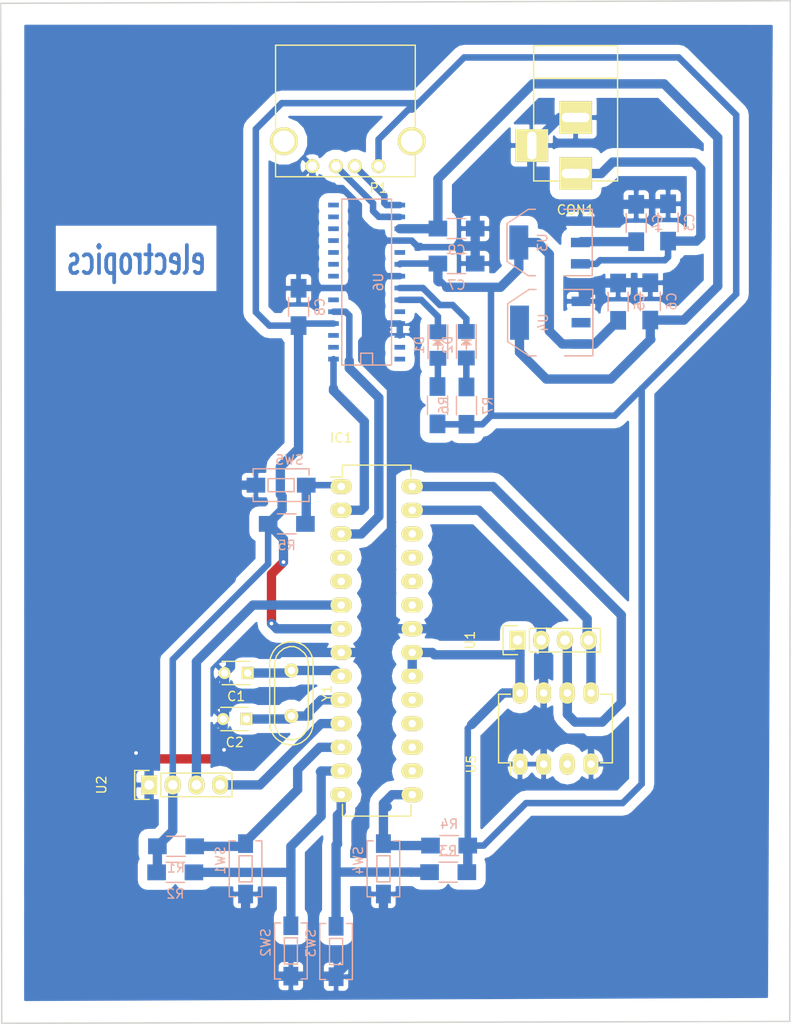
<source format=kicad_pcb>
(kicad_pcb (version 4) (host pcbnew 4.0.2+e4-6225~38~ubuntu14.04.1-stable)

  (general
    (links 88)
    (no_connects 4)
    (area 105.234999 55.814999 190.105001 165.545001)
    (thickness 1.6)
    (drawings 5)
    (tracks 331)
    (zones 0)
    (modules 33)
    (nets 50)
  )

  (page A4)
  (layers
    (0 F.Cu signal)
    (31 B.Cu signal)
    (32 B.Adhes user)
    (33 F.Adhes user)
    (34 B.Paste user)
    (35 F.Paste user)
    (36 B.SilkS user)
    (37 F.SilkS user)
    (38 B.Mask user)
    (39 F.Mask user)
    (40 Dwgs.User user)
    (41 Cmts.User user)
    (42 Eco1.User user)
    (43 Eco2.User user)
    (44 Edge.Cuts user)
    (45 Margin user)
    (46 B.CrtYd user)
    (47 F.CrtYd user)
    (48 B.Fab user)
    (49 F.Fab user)
  )

  (setup
    (last_trace_width 1)
    (trace_clearance 0.2)
    (zone_clearance 1)
    (zone_45_only no)
    (trace_min 0.2)
    (segment_width 0.2)
    (edge_width 0.15)
    (via_size 0.6)
    (via_drill 0.4)
    (via_min_size 0.4)
    (via_min_drill 0.3)
    (uvia_size 0.3)
    (uvia_drill 0.1)
    (uvias_allowed no)
    (uvia_min_size 0.2)
    (uvia_min_drill 0.1)
    (pcb_text_width 0.3)
    (pcb_text_size 1.5 1.5)
    (mod_edge_width 0.15)
    (mod_text_size 1 1)
    (mod_text_width 0.15)
    (pad_size 1.524 1.524)
    (pad_drill 0.762)
    (pad_to_mask_clearance 0.2)
    (aux_axis_origin 0 0)
    (visible_elements FFFFFF7F)
    (pcbplotparams
      (layerselection 0x00030_80000001)
      (usegerberextensions false)
      (excludeedgelayer true)
      (linewidth 0.100000)
      (plotframeref false)
      (viasonmask false)
      (mode 1)
      (useauxorigin false)
      (hpglpennumber 1)
      (hpglpenspeed 20)
      (hpglpendiameter 15)
      (hpglpenoverlay 2)
      (psnegative false)
      (psa4output false)
      (plotreference true)
      (plotvalue true)
      (plotinvisibletext false)
      (padsonsilk false)
      (subtractmaskfromsilk false)
      (outputformat 1)
      (mirror false)
      (drillshape 1)
      (scaleselection 1)
      (outputdirectory ""))
  )

  (net 0 "")
  (net 1 Xtal1)
  (net 2 GND)
  (net 3 Xtal2)
  (net 4 "Net-(C3-Pad1)")
  (net 5 5V)
  (net 6 3.3V)
  (net 7 "Net-(D1-Pad2)")
  (net 8 "Net-(D1-Pad1)")
  (net 9 "Net-(D2-Pad2)")
  (net 10 "Net-(D2-Pad1)")
  (net 11 Reset)
  (net 12 TXD)
  (net 13 RXD)
  (net 14 Push3)
  (net 15 Push4)
  (net 16 /ControllerSheet/T_F)
  (net 17 /ControllerSheet/R_F)
  (net 18 Push1)
  (net 19 Push2)
  (net 20 "Net-(IC1-Pad16)")
  (net 21 "Net-(IC1-Pad17)")
  (net 22 "Net-(IC1-Pad18)")
  (net 23 "Net-(IC1-Pad19)")
  (net 24 "Net-(IC1-Pad23)")
  (net 25 "Net-(IC1-Pad24)")
  (net 26 "Net-(IC1-Pad25)")
  (net 27 "Net-(IC1-Pad26)")
  (net 28 /ControllerSheet/SDA)
  (net 29 /ControllerSheet/SCL)
  (net 30 D+)
  (net 31 D-)
  (net 32 "Net-(P1-Pad5)")
  (net 33 "Net-(U5-Pad3)")
  (net 34 "Net-(U6-Pad2)")
  (net 35 "Net-(U6-Pad3)")
  (net 36 "Net-(U6-Pad6)")
  (net 37 "Net-(U6-Pad8)")
  (net 38 "Net-(U6-Pad9)")
  (net 39 "Net-(U6-Pad10)")
  (net 40 "Net-(U6-Pad11)")
  (net 41 "Net-(U6-Pad12)")
  (net 42 "Net-(U6-Pad13)")
  (net 43 "Net-(U6-Pad14)")
  (net 44 "Net-(U6-Pad19)")
  (net 45 "Net-(U6-Pad24)")
  (net 46 "Net-(U6-Pad27)")
  (net 47 "Net-(U6-Pad28)")
  (net 48 "Net-(IC1-Pad4)")
  (net 49 "Net-(IC1-Pad5)")

  (net_class Default "This is the default net class."
    (clearance 0.2)
    (trace_width 1)
    (via_dia 0.6)
    (via_drill 0.4)
    (uvia_dia 0.3)
    (uvia_drill 0.1)
    (add_net /ControllerSheet/R_F)
    (add_net /ControllerSheet/SCL)
    (add_net /ControllerSheet/SDA)
    (add_net /ControllerSheet/T_F)
    (add_net 3.3V)
    (add_net 5V)
    (add_net D+)
    (add_net D-)
    (add_net GND)
    (add_net "Net-(C3-Pad1)")
    (add_net "Net-(D1-Pad1)")
    (add_net "Net-(D1-Pad2)")
    (add_net "Net-(D2-Pad1)")
    (add_net "Net-(D2-Pad2)")
    (add_net "Net-(IC1-Pad16)")
    (add_net "Net-(IC1-Pad17)")
    (add_net "Net-(IC1-Pad18)")
    (add_net "Net-(IC1-Pad19)")
    (add_net "Net-(IC1-Pad23)")
    (add_net "Net-(IC1-Pad24)")
    (add_net "Net-(IC1-Pad25)")
    (add_net "Net-(IC1-Pad26)")
    (add_net "Net-(IC1-Pad4)")
    (add_net "Net-(IC1-Pad5)")
    (add_net "Net-(P1-Pad5)")
    (add_net "Net-(U5-Pad3)")
    (add_net "Net-(U6-Pad10)")
    (add_net "Net-(U6-Pad11)")
    (add_net "Net-(U6-Pad12)")
    (add_net "Net-(U6-Pad13)")
    (add_net "Net-(U6-Pad14)")
    (add_net "Net-(U6-Pad19)")
    (add_net "Net-(U6-Pad2)")
    (add_net "Net-(U6-Pad24)")
    (add_net "Net-(U6-Pad27)")
    (add_net "Net-(U6-Pad28)")
    (add_net "Net-(U6-Pad3)")
    (add_net "Net-(U6-Pad6)")
    (add_net "Net-(U6-Pad8)")
    (add_net "Net-(U6-Pad9)")
    (add_net Push1)
    (add_net Push2)
    (add_net Push3)
    (add_net Push4)
    (add_net RXD)
    (add_net Reset)
    (add_net TXD)
    (add_net Xtal1)
    (add_net Xtal2)
  )

  (module Resistors_SMD:R_1206_HandSoldering (layer B.Cu) (tedit 5418A20D) (tstamp 57775E9D)
    (at 176.91 79.65 90)
    (descr "Resistor SMD 1206, hand soldering")
    (tags "resistor 1206")
    (path /57765226/577652A1)
    (attr smd)
    (fp_text reference C3 (at 0 2.3 90) (layer B.SilkS)
      (effects (font (size 1 1) (thickness 0.15)) (justify mirror))
    )
    (fp_text value 100uF (at 0 -2.3 90) (layer B.Fab)
      (effects (font (size 1 1) (thickness 0.15)) (justify mirror))
    )
    (fp_line (start -3.3 1.2) (end 3.3 1.2) (layer B.CrtYd) (width 0.05))
    (fp_line (start -3.3 -1.2) (end 3.3 -1.2) (layer B.CrtYd) (width 0.05))
    (fp_line (start -3.3 1.2) (end -3.3 -1.2) (layer B.CrtYd) (width 0.05))
    (fp_line (start 3.3 1.2) (end 3.3 -1.2) (layer B.CrtYd) (width 0.05))
    (fp_line (start 1 -1.075) (end -1 -1.075) (layer B.SilkS) (width 0.15))
    (fp_line (start -1 1.075) (end 1 1.075) (layer B.SilkS) (width 0.15))
    (pad 1 smd rect (at -2 0 90) (size 2 1.7) (layers B.Cu B.Paste B.Mask)
      (net 4 "Net-(C3-Pad1)"))
    (pad 2 smd rect (at 2 0 90) (size 2 1.7) (layers B.Cu B.Paste B.Mask)
      (net 2 GND))
    (model Resistors_SMD.3dshapes/R_1206_HandSoldering.wrl
      (at (xyz 0 0 0))
      (scale (xyz 1 1 1))
      (rotate (xyz 0 0 0))
    )
  )

  (module Resistors_SMD:R_1206_HandSoldering (layer B.Cu) (tedit 5418A20D) (tstamp 57775EA3)
    (at 173.49 79.71 90)
    (descr "Resistor SMD 1206, hand soldering")
    (tags "resistor 1206")
    (path /57765226/577652D4)
    (attr smd)
    (fp_text reference C4 (at 0 2.3 90) (layer B.SilkS)
      (effects (font (size 1 1) (thickness 0.15)) (justify mirror))
    )
    (fp_text value 22uF (at 0 -2.3 90) (layer B.Fab)
      (effects (font (size 1 1) (thickness 0.15)) (justify mirror))
    )
    (fp_line (start -3.3 1.2) (end 3.3 1.2) (layer B.CrtYd) (width 0.05))
    (fp_line (start -3.3 -1.2) (end 3.3 -1.2) (layer B.CrtYd) (width 0.05))
    (fp_line (start -3.3 1.2) (end -3.3 -1.2) (layer B.CrtYd) (width 0.05))
    (fp_line (start 3.3 1.2) (end 3.3 -1.2) (layer B.CrtYd) (width 0.05))
    (fp_line (start 1 -1.075) (end -1 -1.075) (layer B.SilkS) (width 0.15))
    (fp_line (start -1 1.075) (end 1 1.075) (layer B.SilkS) (width 0.15))
    (pad 1 smd rect (at -2 0 90) (size 2 1.7) (layers B.Cu B.Paste B.Mask)
      (net 5 5V))
    (pad 2 smd rect (at 2 0 90) (size 2 1.7) (layers B.Cu B.Paste B.Mask)
      (net 2 GND))
    (model Resistors_SMD.3dshapes/R_1206_HandSoldering.wrl
      (at (xyz 0 0 0))
      (scale (xyz 1 1 1))
      (rotate (xyz 0 0 0))
    )
  )

  (module Resistors_SMD:R_1206_HandSoldering (layer B.Cu) (tedit 5418A20D) (tstamp 57775EA9)
    (at 171.55 88.14 90)
    (descr "Resistor SMD 1206, hand soldering")
    (tags "resistor 1206")
    (path /57765226/5777ACD3)
    (attr smd)
    (fp_text reference C5 (at 0 2.3 90) (layer B.SilkS)
      (effects (font (size 1 1) (thickness 0.15)) (justify mirror))
    )
    (fp_text value 100uF (at 0 -2.3 90) (layer B.Fab)
      (effects (font (size 1 1) (thickness 0.15)) (justify mirror))
    )
    (fp_line (start -3.3 1.2) (end 3.3 1.2) (layer B.CrtYd) (width 0.05))
    (fp_line (start -3.3 -1.2) (end 3.3 -1.2) (layer B.CrtYd) (width 0.05))
    (fp_line (start -3.3 1.2) (end -3.3 -1.2) (layer B.CrtYd) (width 0.05))
    (fp_line (start 3.3 1.2) (end 3.3 -1.2) (layer B.CrtYd) (width 0.05))
    (fp_line (start 1 -1.075) (end -1 -1.075) (layer B.SilkS) (width 0.15))
    (fp_line (start -1 1.075) (end 1 1.075) (layer B.SilkS) (width 0.15))
    (pad 1 smd rect (at -2 0 90) (size 2 1.7) (layers B.Cu B.Paste B.Mask)
      (net 5 5V))
    (pad 2 smd rect (at 2 0 90) (size 2 1.7) (layers B.Cu B.Paste B.Mask)
      (net 2 GND))
    (model Resistors_SMD.3dshapes/R_1206_HandSoldering.wrl
      (at (xyz 0 0 0))
      (scale (xyz 1 1 1))
      (rotate (xyz 0 0 0))
    )
  )

  (module Resistors_SMD:R_1206_HandSoldering (layer B.Cu) (tedit 5418A20D) (tstamp 57775EAF)
    (at 175 88.11 90)
    (descr "Resistor SMD 1206, hand soldering")
    (tags "resistor 1206")
    (path /57765226/5777ACD9)
    (attr smd)
    (fp_text reference C6 (at 0 2.3 90) (layer B.SilkS)
      (effects (font (size 1 1) (thickness 0.15)) (justify mirror))
    )
    (fp_text value 22uF (at 0 -2.3 90) (layer B.Fab)
      (effects (font (size 1 1) (thickness 0.15)) (justify mirror))
    )
    (fp_line (start -3.3 1.2) (end 3.3 1.2) (layer B.CrtYd) (width 0.05))
    (fp_line (start -3.3 -1.2) (end 3.3 -1.2) (layer B.CrtYd) (width 0.05))
    (fp_line (start -3.3 1.2) (end -3.3 -1.2) (layer B.CrtYd) (width 0.05))
    (fp_line (start 3.3 1.2) (end 3.3 -1.2) (layer B.CrtYd) (width 0.05))
    (fp_line (start 1 -1.075) (end -1 -1.075) (layer B.SilkS) (width 0.15))
    (fp_line (start -1 1.075) (end 1 1.075) (layer B.SilkS) (width 0.15))
    (pad 1 smd rect (at -2 0 90) (size 2 1.7) (layers B.Cu B.Paste B.Mask)
      (net 6 3.3V))
    (pad 2 smd rect (at 2 0 90) (size 2 1.7) (layers B.Cu B.Paste B.Mask)
      (net 2 GND))
    (model Resistors_SMD.3dshapes/R_1206_HandSoldering.wrl
      (at (xyz 0 0 0))
      (scale (xyz 1 1 1))
      (rotate (xyz 0 0 0))
    )
  )

  (module Resistors_SMD:R_1206_HandSoldering (layer B.Cu) (tedit 5418A20D) (tstamp 57775EB5)
    (at 154.215 84.055)
    (descr "Resistor SMD 1206, hand soldering")
    (tags "resistor 1206")
    (path /5776937F/57775816)
    (attr smd)
    (fp_text reference C7 (at 0 2.3) (layer B.SilkS)
      (effects (font (size 1 1) (thickness 0.15)) (justify mirror))
    )
    (fp_text value 0.1uF (at 0 -2.3) (layer B.Fab)
      (effects (font (size 1 1) (thickness 0.15)) (justify mirror))
    )
    (fp_line (start -3.3 1.2) (end 3.3 1.2) (layer B.CrtYd) (width 0.05))
    (fp_line (start -3.3 -1.2) (end 3.3 -1.2) (layer B.CrtYd) (width 0.05))
    (fp_line (start -3.3 1.2) (end -3.3 -1.2) (layer B.CrtYd) (width 0.05))
    (fp_line (start 3.3 1.2) (end 3.3 -1.2) (layer B.CrtYd) (width 0.05))
    (fp_line (start 1 -1.075) (end -1 -1.075) (layer B.SilkS) (width 0.15))
    (fp_line (start -1 1.075) (end 1 1.075) (layer B.SilkS) (width 0.15))
    (pad 1 smd rect (at -2 0) (size 2 1.7) (layers B.Cu B.Paste B.Mask)
      (net 5 5V))
    (pad 2 smd rect (at 2 0) (size 2 1.7) (layers B.Cu B.Paste B.Mask)
      (net 2 GND))
    (model Resistors_SMD.3dshapes/R_1206_HandSoldering.wrl
      (at (xyz 0 0 0))
      (scale (xyz 1 1 1))
      (rotate (xyz 0 0 0))
    )
  )

  (module Resistors_SMD:R_1206_HandSoldering (layer B.Cu) (tedit 5418A20D) (tstamp 57775EBB)
    (at 137.265 88.705 90)
    (descr "Resistor SMD 1206, hand soldering")
    (tags "resistor 1206")
    (path /5776937F/57775899)
    (attr smd)
    (fp_text reference C8 (at 0 2.3 90) (layer B.SilkS)
      (effects (font (size 1 1) (thickness 0.15)) (justify mirror))
    )
    (fp_text value 10uF (at 0 -2.3 90) (layer B.Fab)
      (effects (font (size 1 1) (thickness 0.15)) (justify mirror))
    )
    (fp_line (start -3.3 1.2) (end 3.3 1.2) (layer B.CrtYd) (width 0.05))
    (fp_line (start -3.3 -1.2) (end 3.3 -1.2) (layer B.CrtYd) (width 0.05))
    (fp_line (start -3.3 1.2) (end -3.3 -1.2) (layer B.CrtYd) (width 0.05))
    (fp_line (start 3.3 1.2) (end 3.3 -1.2) (layer B.CrtYd) (width 0.05))
    (fp_line (start 1 -1.075) (end -1 -1.075) (layer B.SilkS) (width 0.15))
    (fp_line (start -1 1.075) (end 1 1.075) (layer B.SilkS) (width 0.15))
    (pad 1 smd rect (at -2 0 90) (size 2 1.7) (layers B.Cu B.Paste B.Mask)
      (net 5 5V))
    (pad 2 smd rect (at 2 0 90) (size 2 1.7) (layers B.Cu B.Paste B.Mask)
      (net 2 GND))
    (model Resistors_SMD.3dshapes/R_1206_HandSoldering.wrl
      (at (xyz 0 0 0))
      (scale (xyz 1 1 1))
      (rotate (xyz 0 0 0))
    )
  )

  (module Resistors_SMD:R_1206_HandSoldering (layer B.Cu) (tedit 5418A20D) (tstamp 57775EC1)
    (at 154.215 80.305)
    (descr "Resistor SMD 1206, hand soldering")
    (tags "resistor 1206")
    (path /5776937F/5777585F)
    (attr smd)
    (fp_text reference C9 (at 0 2.3) (layer B.SilkS)
      (effects (font (size 1 1) (thickness 0.15)) (justify mirror))
    )
    (fp_text value 0.1uF (at 0 -2.3) (layer B.Fab)
      (effects (font (size 1 1) (thickness 0.15)) (justify mirror))
    )
    (fp_line (start -3.3 1.2) (end 3.3 1.2) (layer B.CrtYd) (width 0.05))
    (fp_line (start -3.3 -1.2) (end 3.3 -1.2) (layer B.CrtYd) (width 0.05))
    (fp_line (start -3.3 1.2) (end -3.3 -1.2) (layer B.CrtYd) (width 0.05))
    (fp_line (start 3.3 1.2) (end 3.3 -1.2) (layer B.CrtYd) (width 0.05))
    (fp_line (start 1 -1.075) (end -1 -1.075) (layer B.SilkS) (width 0.15))
    (fp_line (start -1 1.075) (end 1 1.075) (layer B.SilkS) (width 0.15))
    (pad 1 smd rect (at -2 0) (size 2 1.7) (layers B.Cu B.Paste B.Mask)
      (net 6 3.3V))
    (pad 2 smd rect (at 2 0) (size 2 1.7) (layers B.Cu B.Paste B.Mask)
      (net 2 GND))
    (model Resistors_SMD.3dshapes/R_1206_HandSoldering.wrl
      (at (xyz 0 0 0))
      (scale (xyz 1 1 1))
      (rotate (xyz 0 0 0))
    )
  )

  (module Connect:BARREL_JACK (layer F.Cu) (tedit 0) (tstamp 57775EC8)
    (at 166.99 68.205 270)
    (descr "DC Barrel Jack")
    (tags "Power Jack")
    (path /57765226/57765241)
    (fp_text reference CON1 (at 10.09904 0 360) (layer F.SilkS)
      (effects (font (size 1 1) (thickness 0.15)))
    )
    (fp_text value BARREL_JACK (at 0 -5.99948 270) (layer F.Fab)
      (effects (font (size 1 1) (thickness 0.15)))
    )
    (fp_line (start -4.0005 -4.50088) (end -4.0005 4.50088) (layer F.SilkS) (width 0.15))
    (fp_line (start -7.50062 -4.50088) (end -7.50062 4.50088) (layer F.SilkS) (width 0.15))
    (fp_line (start -7.50062 4.50088) (end 7.00024 4.50088) (layer F.SilkS) (width 0.15))
    (fp_line (start 7.00024 4.50088) (end 7.00024 -4.50088) (layer F.SilkS) (width 0.15))
    (fp_line (start 7.00024 -4.50088) (end -7.50062 -4.50088) (layer F.SilkS) (width 0.15))
    (pad 1 thru_hole rect (at 6.20014 0 270) (size 3.50012 3.50012) (drill oval 1.00076 2.99974) (layers *.Cu *.Mask F.SilkS)
      (net 4 "Net-(C3-Pad1)"))
    (pad 2 thru_hole rect (at 0.20066 0 270) (size 3.50012 3.50012) (drill oval 1.00076 2.99974) (layers *.Cu *.Mask F.SilkS)
      (net 2 GND))
    (pad 3 thru_hole rect (at 3.2004 4.699 270) (size 3.50012 3.50012) (drill oval 2.99974 1.00076) (layers *.Cu *.Mask F.SilkS)
      (net 2 GND))
  )

  (module LEDs:LED_1206 (layer B.Cu) (tedit 55BDE2E8) (tstamp 57775ECE)
    (at 152.215 92.785 270)
    (descr "LED 1206 smd package")
    (tags "LED1206 SMD")
    (path /5776937F/57776CC0)
    (attr smd)
    (fp_text reference D1 (at 0 2 270) (layer B.SilkS)
      (effects (font (size 1 1) (thickness 0.15)) (justify mirror))
    )
    (fp_text value TxLED (at 0 -2 270) (layer B.Fab)
      (effects (font (size 1 1) (thickness 0.15)) (justify mirror))
    )
    (fp_line (start -2.15 -1.05) (end 1.45 -1.05) (layer B.SilkS) (width 0.15))
    (fp_line (start -2.15 1.05) (end 1.45 1.05) (layer B.SilkS) (width 0.15))
    (fp_line (start -0.1 0.3) (end -0.1 -0.3) (layer B.SilkS) (width 0.15))
    (fp_line (start -0.1 -0.3) (end -0.4 0) (layer B.SilkS) (width 0.15))
    (fp_line (start -0.4 0) (end -0.2 0.2) (layer B.SilkS) (width 0.15))
    (fp_line (start -0.2 0.2) (end -0.2 -0.05) (layer B.SilkS) (width 0.15))
    (fp_line (start -0.2 -0.05) (end -0.25 0) (layer B.SilkS) (width 0.15))
    (fp_line (start -0.5 0.5) (end -0.5 -0.5) (layer B.SilkS) (width 0.15))
    (fp_line (start 0 0) (end 0.5 0) (layer B.SilkS) (width 0.15))
    (fp_line (start -0.5 0) (end 0 0.5) (layer B.SilkS) (width 0.15))
    (fp_line (start 0 0.5) (end 0 -0.5) (layer B.SilkS) (width 0.15))
    (fp_line (start 0 -0.5) (end -0.5 0) (layer B.SilkS) (width 0.15))
    (fp_line (start 2.5 1.25) (end -2.5 1.25) (layer B.CrtYd) (width 0.05))
    (fp_line (start -2.5 1.25) (end -2.5 -1.25) (layer B.CrtYd) (width 0.05))
    (fp_line (start -2.5 -1.25) (end 2.5 -1.25) (layer B.CrtYd) (width 0.05))
    (fp_line (start 2.5 -1.25) (end 2.5 1.25) (layer B.CrtYd) (width 0.05))
    (pad 2 smd rect (at 1.41986 0 90) (size 1.59766 1.80086) (layers B.Cu B.Paste B.Mask)
      (net 7 "Net-(D1-Pad2)"))
    (pad 1 smd rect (at -1.41986 0 90) (size 1.59766 1.80086) (layers B.Cu B.Paste B.Mask)
      (net 8 "Net-(D1-Pad1)"))
    (model LEDs.3dshapes/LED_1206.wrl
      (at (xyz 0 0 0))
      (scale (xyz 1 1 1))
      (rotate (xyz 0 0 180))
    )
  )

  (module LEDs:LED_1206 (layer B.Cu) (tedit 55BDE2E8) (tstamp 57775ED4)
    (at 155.265 92.75486 270)
    (descr "LED 1206 smd package")
    (tags "LED1206 SMD")
    (path /5776937F/57776CF3)
    (attr smd)
    (fp_text reference D2 (at 0 2 270) (layer B.SilkS)
      (effects (font (size 1 1) (thickness 0.15)) (justify mirror))
    )
    (fp_text value RxLED (at 0 -2 270) (layer B.Fab)
      (effects (font (size 1 1) (thickness 0.15)) (justify mirror))
    )
    (fp_line (start -2.15 -1.05) (end 1.45 -1.05) (layer B.SilkS) (width 0.15))
    (fp_line (start -2.15 1.05) (end 1.45 1.05) (layer B.SilkS) (width 0.15))
    (fp_line (start -0.1 0.3) (end -0.1 -0.3) (layer B.SilkS) (width 0.15))
    (fp_line (start -0.1 -0.3) (end -0.4 0) (layer B.SilkS) (width 0.15))
    (fp_line (start -0.4 0) (end -0.2 0.2) (layer B.SilkS) (width 0.15))
    (fp_line (start -0.2 0.2) (end -0.2 -0.05) (layer B.SilkS) (width 0.15))
    (fp_line (start -0.2 -0.05) (end -0.25 0) (layer B.SilkS) (width 0.15))
    (fp_line (start -0.5 0.5) (end -0.5 -0.5) (layer B.SilkS) (width 0.15))
    (fp_line (start 0 0) (end 0.5 0) (layer B.SilkS) (width 0.15))
    (fp_line (start -0.5 0) (end 0 0.5) (layer B.SilkS) (width 0.15))
    (fp_line (start 0 0.5) (end 0 -0.5) (layer B.SilkS) (width 0.15))
    (fp_line (start 0 -0.5) (end -0.5 0) (layer B.SilkS) (width 0.15))
    (fp_line (start 2.5 1.25) (end -2.5 1.25) (layer B.CrtYd) (width 0.05))
    (fp_line (start -2.5 1.25) (end -2.5 -1.25) (layer B.CrtYd) (width 0.05))
    (fp_line (start -2.5 -1.25) (end 2.5 -1.25) (layer B.CrtYd) (width 0.05))
    (fp_line (start 2.5 -1.25) (end 2.5 1.25) (layer B.CrtYd) (width 0.05))
    (pad 2 smd rect (at 1.41986 0 90) (size 1.59766 1.80086) (layers B.Cu B.Paste B.Mask)
      (net 9 "Net-(D2-Pad2)"))
    (pad 1 smd rect (at -1.41986 0 90) (size 1.59766 1.80086) (layers B.Cu B.Paste B.Mask)
      (net 10 "Net-(D2-Pad1)"))
    (model LEDs.3dshapes/LED_1206.wrl
      (at (xyz 0 0 0))
      (scale (xyz 1 1 1))
      (rotate (xyz 0 0 180))
    )
  )

  (module Housings_DIP:DIP-28_W7.62mm_LongPads (layer F.Cu) (tedit 54130A77) (tstamp 57775EF4)
    (at 141.84 107.95)
    (descr "28-lead dip package, row spacing 7.62 mm (300 mils), longer pads")
    (tags "dil dip 2.54 300")
    (path /5776300B/57763014)
    (fp_text reference IC1 (at 0 -5.22) (layer F.SilkS)
      (effects (font (size 1 1) (thickness 0.15)))
    )
    (fp_text value ATMEGA328-P (at 0 -3.72) (layer F.Fab)
      (effects (font (size 1 1) (thickness 0.15)))
    )
    (fp_line (start -1.4 -2.45) (end -1.4 35.5) (layer F.CrtYd) (width 0.05))
    (fp_line (start 9 -2.45) (end 9 35.5) (layer F.CrtYd) (width 0.05))
    (fp_line (start -1.4 -2.45) (end 9 -2.45) (layer F.CrtYd) (width 0.05))
    (fp_line (start -1.4 35.5) (end 9 35.5) (layer F.CrtYd) (width 0.05))
    (fp_line (start 0.135 -2.295) (end 0.135 -1.025) (layer F.SilkS) (width 0.15))
    (fp_line (start 7.485 -2.295) (end 7.485 -1.025) (layer F.SilkS) (width 0.15))
    (fp_line (start 7.485 35.315) (end 7.485 34.045) (layer F.SilkS) (width 0.15))
    (fp_line (start 0.135 35.315) (end 0.135 34.045) (layer F.SilkS) (width 0.15))
    (fp_line (start 0.135 -2.295) (end 7.485 -2.295) (layer F.SilkS) (width 0.15))
    (fp_line (start 0.135 35.315) (end 7.485 35.315) (layer F.SilkS) (width 0.15))
    (fp_line (start 0.135 -1.025) (end -1.15 -1.025) (layer F.SilkS) (width 0.15))
    (pad 1 thru_hole oval (at 0 0) (size 2.3 1.6) (drill 0.8) (layers *.Cu *.Mask F.SilkS)
      (net 11 Reset))
    (pad 2 thru_hole oval (at 0 2.54) (size 2.3 1.6) (drill 0.8) (layers *.Cu *.Mask F.SilkS)
      (net 12 TXD))
    (pad 3 thru_hole oval (at 0 5.08) (size 2.3 1.6) (drill 0.8) (layers *.Cu *.Mask F.SilkS)
      (net 13 RXD))
    (pad 4 thru_hole oval (at 0 7.62) (size 2.3 1.6) (drill 0.8) (layers *.Cu *.Mask F.SilkS)
      (net 48 "Net-(IC1-Pad4)"))
    (pad 5 thru_hole oval (at 0 10.16) (size 2.3 1.6) (drill 0.8) (layers *.Cu *.Mask F.SilkS)
      (net 49 "Net-(IC1-Pad5)"))
    (pad 6 thru_hole oval (at 0 12.7) (size 2.3 1.6) (drill 0.8) (layers *.Cu *.Mask F.SilkS)
      (net 16 /ControllerSheet/T_F))
    (pad 7 thru_hole oval (at 0 15.24) (size 2.3 1.6) (drill 0.8) (layers *.Cu *.Mask F.SilkS)
      (net 5 5V))
    (pad 8 thru_hole oval (at 0 17.78) (size 2.3 1.6) (drill 0.8) (layers *.Cu *.Mask F.SilkS)
      (net 2 GND))
    (pad 9 thru_hole oval (at 0 20.32) (size 2.3 1.6) (drill 0.8) (layers *.Cu *.Mask F.SilkS)
      (net 1 Xtal1))
    (pad 10 thru_hole oval (at 0 22.86) (size 2.3 1.6) (drill 0.8) (layers *.Cu *.Mask F.SilkS)
      (net 3 Xtal2))
    (pad 11 thru_hole oval (at 0 25.4) (size 2.3 1.6) (drill 0.8) (layers *.Cu *.Mask F.SilkS)
      (net 17 /ControllerSheet/R_F))
    (pad 12 thru_hole oval (at 0 27.94) (size 2.3 1.6) (drill 0.8) (layers *.Cu *.Mask F.SilkS)
      (net 18 Push1))
    (pad 13 thru_hole oval (at 0 30.48) (size 2.3 1.6) (drill 0.8) (layers *.Cu *.Mask F.SilkS)
      (net 19 Push2))
    (pad 14 thru_hole oval (at 0 33.02) (size 2.3 1.6) (drill 0.8) (layers *.Cu *.Mask F.SilkS)
      (net 14 Push3))
    (pad 15 thru_hole oval (at 7.62 33.02) (size 2.3 1.6) (drill 0.8) (layers *.Cu *.Mask F.SilkS)
      (net 15 Push4))
    (pad 16 thru_hole oval (at 7.62 30.48) (size 2.3 1.6) (drill 0.8) (layers *.Cu *.Mask F.SilkS)
      (net 20 "Net-(IC1-Pad16)"))
    (pad 17 thru_hole oval (at 7.62 27.94) (size 2.3 1.6) (drill 0.8) (layers *.Cu *.Mask F.SilkS)
      (net 21 "Net-(IC1-Pad17)"))
    (pad 18 thru_hole oval (at 7.62 25.4) (size 2.3 1.6) (drill 0.8) (layers *.Cu *.Mask F.SilkS)
      (net 22 "Net-(IC1-Pad18)"))
    (pad 19 thru_hole oval (at 7.62 22.86) (size 2.3 1.6) (drill 0.8) (layers *.Cu *.Mask F.SilkS)
      (net 23 "Net-(IC1-Pad19)"))
    (pad 20 thru_hole oval (at 7.62 20.32) (size 2.3 1.6) (drill 0.8) (layers *.Cu *.Mask F.SilkS)
      (net 5 5V))
    (pad 21 thru_hole oval (at 7.62 17.78) (size 2.3 1.6) (drill 0.8) (layers *.Cu *.Mask F.SilkS)
      (net 5 5V))
    (pad 22 thru_hole oval (at 7.62 15.24) (size 2.3 1.6) (drill 0.8) (layers *.Cu *.Mask F.SilkS)
      (net 2 GND))
    (pad 23 thru_hole oval (at 7.62 12.7) (size 2.3 1.6) (drill 0.8) (layers *.Cu *.Mask F.SilkS)
      (net 24 "Net-(IC1-Pad23)"))
    (pad 24 thru_hole oval (at 7.62 10.16) (size 2.3 1.6) (drill 0.8) (layers *.Cu *.Mask F.SilkS)
      (net 25 "Net-(IC1-Pad24)"))
    (pad 25 thru_hole oval (at 7.62 7.62) (size 2.3 1.6) (drill 0.8) (layers *.Cu *.Mask F.SilkS)
      (net 26 "Net-(IC1-Pad25)"))
    (pad 26 thru_hole oval (at 7.62 5.08) (size 2.3 1.6) (drill 0.8) (layers *.Cu *.Mask F.SilkS)
      (net 27 "Net-(IC1-Pad26)"))
    (pad 27 thru_hole oval (at 7.62 2.54) (size 2.3 1.6) (drill 0.8) (layers *.Cu *.Mask F.SilkS)
      (net 28 /ControllerSheet/SDA))
    (pad 28 thru_hole oval (at 7.62 0) (size 2.3 1.6) (drill 0.8) (layers *.Cu *.Mask F.SilkS)
      (net 29 /ControllerSheet/SCL))
    (model Housings_DIP.3dshapes/DIP-28_W7.62mm_LongPads.wrl
      (at (xyz 0 0 0))
      (scale (xyz 1 1 1))
      (rotate (xyz 0 0 0))
    )
  )

  (module Connect:USB_A (layer F.Cu) (tedit 5543E289) (tstamp 57775EFE)
    (at 145.85 73.61 180)
    (descr "USB A connector")
    (tags "USB USB_A")
    (path /5776937F/5776B4C0)
    (fp_text reference P1 (at 0 -2.35 180) (layer F.SilkS)
      (effects (font (size 1 1) (thickness 0.15)))
    )
    (fp_text value USB_A (at 3.83794 7.43458 180) (layer F.Fab)
      (effects (font (size 1 1) (thickness 0.15)))
    )
    (fp_line (start -5.3 13.2) (end -5.3 -1.4) (layer F.CrtYd) (width 0.05))
    (fp_line (start 11.95 -1.4) (end 11.95 13.2) (layer F.CrtYd) (width 0.05))
    (fp_line (start -5.3 13.2) (end 11.95 13.2) (layer F.CrtYd) (width 0.05))
    (fp_line (start -5.3 -1.4) (end 11.95 -1.4) (layer F.CrtYd) (width 0.05))
    (fp_line (start 11.04986 -1.14512) (end 11.04986 12.95188) (layer F.SilkS) (width 0.15))
    (fp_line (start -3.93614 12.95188) (end -3.93614 -1.14512) (layer F.SilkS) (width 0.15))
    (fp_line (start 11.04986 -1.14512) (end -3.93614 -1.14512) (layer F.SilkS) (width 0.15))
    (fp_line (start 11.04986 12.95188) (end -3.93614 12.95188) (layer F.SilkS) (width 0.15))
    (pad 4 thru_hole circle (at 7.11286 -0.00212 90) (size 1.50114 1.50114) (drill 1.00076) (layers *.Cu *.Mask F.SilkS)
      (net 2 GND))
    (pad 3 thru_hole circle (at 4.57286 -0.00212 90) (size 1.50114 1.50114) (drill 1.00076) (layers *.Cu *.Mask F.SilkS)
      (net 30 D+))
    (pad 2 thru_hole circle (at 2.54086 -0.00212 90) (size 1.50114 1.50114) (drill 1.00076) (layers *.Cu *.Mask F.SilkS)
      (net 31 D-))
    (pad 1 thru_hole circle (at 0.00086 -0.00212 90) (size 1.50114 1.50114) (drill 1.00076) (layers *.Cu *.Mask F.SilkS)
      (net 5 5V))
    (pad 5 thru_hole circle (at 10.16086 2.66488 90) (size 2.99974 2.99974) (drill 2.30124) (layers *.Cu *.Mask F.SilkS)
      (net 32 "Net-(P1-Pad5)"))
    (pad 5 thru_hole circle (at -3.55514 2.66488 90) (size 2.99974 2.99974) (drill 2.30124) (layers *.Cu *.Mask F.SilkS)
      (net 32 "Net-(P1-Pad5)"))
    (model Connect.3dshapes/USB_A.wrl
      (at (xyz 0.14 0 0))
      (scale (xyz 1 1 1))
      (rotate (xyz 0 0 90))
    )
  )

  (module Resistors_SMD:R_1206_HandSoldering (layer B.Cu) (tedit 5418A20D) (tstamp 57775F04)
    (at 124.12 146.5)
    (descr "Resistor SMD 1206, hand soldering")
    (tags "resistor 1206")
    (path /5776300B/577639EA)
    (attr smd)
    (fp_text reference R1 (at 0 2.3) (layer B.SilkS)
      (effects (font (size 1 1) (thickness 0.15)) (justify mirror))
    )
    (fp_text value 4.7K (at 0 -2.3) (layer B.Fab)
      (effects (font (size 1 1) (thickness 0.15)) (justify mirror))
    )
    (fp_line (start -3.3 1.2) (end 3.3 1.2) (layer B.CrtYd) (width 0.05))
    (fp_line (start -3.3 -1.2) (end 3.3 -1.2) (layer B.CrtYd) (width 0.05))
    (fp_line (start -3.3 1.2) (end -3.3 -1.2) (layer B.CrtYd) (width 0.05))
    (fp_line (start 3.3 1.2) (end 3.3 -1.2) (layer B.CrtYd) (width 0.05))
    (fp_line (start 1 -1.075) (end -1 -1.075) (layer B.SilkS) (width 0.15))
    (fp_line (start -1 1.075) (end 1 1.075) (layer B.SilkS) (width 0.15))
    (pad 1 smd rect (at -2 0) (size 2 1.7) (layers B.Cu B.Paste B.Mask)
      (net 5 5V))
    (pad 2 smd rect (at 2 0) (size 2 1.7) (layers B.Cu B.Paste B.Mask)
      (net 18 Push1))
    (model Resistors_SMD.3dshapes/R_1206_HandSoldering.wrl
      (at (xyz 0 0 0))
      (scale (xyz 1 1 1))
      (rotate (xyz 0 0 0))
    )
  )

  (module Resistors_SMD:R_1206_HandSoldering (layer B.Cu) (tedit 5418A20D) (tstamp 57775F0A)
    (at 124.04 149.29)
    (descr "Resistor SMD 1206, hand soldering")
    (tags "resistor 1206")
    (path /5776300B/57763A00)
    (attr smd)
    (fp_text reference R2 (at 0 2.3) (layer B.SilkS)
      (effects (font (size 1 1) (thickness 0.15)) (justify mirror))
    )
    (fp_text value 4.7K (at 0 -2.3) (layer B.Fab)
      (effects (font (size 1 1) (thickness 0.15)) (justify mirror))
    )
    (fp_line (start -3.3 1.2) (end 3.3 1.2) (layer B.CrtYd) (width 0.05))
    (fp_line (start -3.3 -1.2) (end 3.3 -1.2) (layer B.CrtYd) (width 0.05))
    (fp_line (start -3.3 1.2) (end -3.3 -1.2) (layer B.CrtYd) (width 0.05))
    (fp_line (start 3.3 1.2) (end 3.3 -1.2) (layer B.CrtYd) (width 0.05))
    (fp_line (start 1 -1.075) (end -1 -1.075) (layer B.SilkS) (width 0.15))
    (fp_line (start -1 1.075) (end 1 1.075) (layer B.SilkS) (width 0.15))
    (pad 1 smd rect (at -2 0) (size 2 1.7) (layers B.Cu B.Paste B.Mask)
      (net 5 5V))
    (pad 2 smd rect (at 2 0) (size 2 1.7) (layers B.Cu B.Paste B.Mask)
      (net 19 Push2))
    (model Resistors_SMD.3dshapes/R_1206_HandSoldering.wrl
      (at (xyz 0 0 0))
      (scale (xyz 1 1 1))
      (rotate (xyz 0 0 0))
    )
  )

  (module Resistors_SMD:R_1206_HandSoldering (layer B.Cu) (tedit 5418A20D) (tstamp 57775F10)
    (at 153.32 149.27 180)
    (descr "Resistor SMD 1206, hand soldering")
    (tags "resistor 1206")
    (path /5776300B/577638F0)
    (attr smd)
    (fp_text reference R3 (at 0 2.3 180) (layer B.SilkS)
      (effects (font (size 1 1) (thickness 0.15)) (justify mirror))
    )
    (fp_text value 4.7K (at 0 -2.3 180) (layer B.Fab)
      (effects (font (size 1 1) (thickness 0.15)) (justify mirror))
    )
    (fp_line (start -3.3 1.2) (end 3.3 1.2) (layer B.CrtYd) (width 0.05))
    (fp_line (start -3.3 -1.2) (end 3.3 -1.2) (layer B.CrtYd) (width 0.05))
    (fp_line (start -3.3 1.2) (end -3.3 -1.2) (layer B.CrtYd) (width 0.05))
    (fp_line (start 3.3 1.2) (end 3.3 -1.2) (layer B.CrtYd) (width 0.05))
    (fp_line (start 1 -1.075) (end -1 -1.075) (layer B.SilkS) (width 0.15))
    (fp_line (start -1 1.075) (end 1 1.075) (layer B.SilkS) (width 0.15))
    (pad 1 smd rect (at -2 0 180) (size 2 1.7) (layers B.Cu B.Paste B.Mask)
      (net 5 5V))
    (pad 2 smd rect (at 2 0 180) (size 2 1.7) (layers B.Cu B.Paste B.Mask)
      (net 14 Push3))
    (model Resistors_SMD.3dshapes/R_1206_HandSoldering.wrl
      (at (xyz 0 0 0))
      (scale (xyz 1 1 1))
      (rotate (xyz 0 0 0))
    )
  )

  (module Resistors_SMD:R_1206_HandSoldering (layer B.Cu) (tedit 5418A20D) (tstamp 57775F16)
    (at 153.42 146.42 180)
    (descr "Resistor SMD 1206, hand soldering")
    (tags "resistor 1206")
    (path /5776300B/5776394E)
    (attr smd)
    (fp_text reference R4 (at 0 2.3 180) (layer B.SilkS)
      (effects (font (size 1 1) (thickness 0.15)) (justify mirror))
    )
    (fp_text value 4.7K (at 0 -2.3 180) (layer B.Fab)
      (effects (font (size 1 1) (thickness 0.15)) (justify mirror))
    )
    (fp_line (start -3.3 1.2) (end 3.3 1.2) (layer B.CrtYd) (width 0.05))
    (fp_line (start -3.3 -1.2) (end 3.3 -1.2) (layer B.CrtYd) (width 0.05))
    (fp_line (start -3.3 1.2) (end -3.3 -1.2) (layer B.CrtYd) (width 0.05))
    (fp_line (start 3.3 1.2) (end 3.3 -1.2) (layer B.CrtYd) (width 0.05))
    (fp_line (start 1 -1.075) (end -1 -1.075) (layer B.SilkS) (width 0.15))
    (fp_line (start -1 1.075) (end 1 1.075) (layer B.SilkS) (width 0.15))
    (pad 1 smd rect (at -2 0 180) (size 2 1.7) (layers B.Cu B.Paste B.Mask)
      (net 5 5V))
    (pad 2 smd rect (at 2 0 180) (size 2 1.7) (layers B.Cu B.Paste B.Mask)
      (net 15 Push4))
    (model Resistors_SMD.3dshapes/R_1206_HandSoldering.wrl
      (at (xyz 0 0 0))
      (scale (xyz 1 1 1))
      (rotate (xyz 0 0 0))
    )
  )

  (module Resistors_SMD:R_1206_HandSoldering (layer B.Cu) (tedit 5418A20D) (tstamp 57775F1C)
    (at 136 111.95)
    (descr "Resistor SMD 1206, hand soldering")
    (tags "resistor 1206")
    (path /5776300B/5776354F)
    (attr smd)
    (fp_text reference R5 (at 0 2.3) (layer B.SilkS)
      (effects (font (size 1 1) (thickness 0.15)) (justify mirror))
    )
    (fp_text value 4.7K (at 0 -2.3) (layer B.Fab)
      (effects (font (size 1 1) (thickness 0.15)) (justify mirror))
    )
    (fp_line (start -3.3 1.2) (end 3.3 1.2) (layer B.CrtYd) (width 0.05))
    (fp_line (start -3.3 -1.2) (end 3.3 -1.2) (layer B.CrtYd) (width 0.05))
    (fp_line (start -3.3 1.2) (end -3.3 -1.2) (layer B.CrtYd) (width 0.05))
    (fp_line (start 3.3 1.2) (end 3.3 -1.2) (layer B.CrtYd) (width 0.05))
    (fp_line (start 1 -1.075) (end -1 -1.075) (layer B.SilkS) (width 0.15))
    (fp_line (start -1 1.075) (end 1 1.075) (layer B.SilkS) (width 0.15))
    (pad 1 smd rect (at -2 0) (size 2 1.7) (layers B.Cu B.Paste B.Mask)
      (net 5 5V))
    (pad 2 smd rect (at 2 0) (size 2 1.7) (layers B.Cu B.Paste B.Mask)
      (net 11 Reset))
    (model Resistors_SMD.3dshapes/R_1206_HandSoldering.wrl
      (at (xyz 0 0 0))
      (scale (xyz 1 1 1))
      (rotate (xyz 0 0 0))
    )
  )

  (module Resistors_SMD:R_1206_HandSoldering (layer B.Cu) (tedit 5418A20D) (tstamp 57775F22)
    (at 152.17 99.235 90)
    (descr "Resistor SMD 1206, hand soldering")
    (tags "resistor 1206")
    (path /5776937F/57776D18)
    (attr smd)
    (fp_text reference R6 (at 0 0.67 90) (layer B.SilkS)
      (effects (font (size 1 1) (thickness 0.15)) (justify mirror))
    )
    (fp_text value 1K (at 0 -2.3 90) (layer B.Fab)
      (effects (font (size 1 1) (thickness 0.15)) (justify mirror))
    )
    (fp_line (start -3.3 1.2) (end 3.3 1.2) (layer B.CrtYd) (width 0.05))
    (fp_line (start -3.3 -1.2) (end 3.3 -1.2) (layer B.CrtYd) (width 0.05))
    (fp_line (start -3.3 1.2) (end -3.3 -1.2) (layer B.CrtYd) (width 0.05))
    (fp_line (start 3.3 1.2) (end 3.3 -1.2) (layer B.CrtYd) (width 0.05))
    (fp_line (start 1 -1.075) (end -1 -1.075) (layer B.SilkS) (width 0.15))
    (fp_line (start -1 1.075) (end 1 1.075) (layer B.SilkS) (width 0.15))
    (pad 1 smd rect (at -2 0 90) (size 2 1.7) (layers B.Cu B.Paste B.Mask)
      (net 5 5V))
    (pad 2 smd rect (at 2 0 90) (size 2 1.7) (layers B.Cu B.Paste B.Mask)
      (net 7 "Net-(D1-Pad2)"))
    (model Resistors_SMD.3dshapes/R_1206_HandSoldering.wrl
      (at (xyz 0 0 0))
      (scale (xyz 1 1 1))
      (rotate (xyz 0 0 0))
    )
  )

  (module Resistors_SMD:R_1206_HandSoldering (layer B.Cu) (tedit 5418A20D) (tstamp 57775F28)
    (at 155.28 99.28 90)
    (descr "Resistor SMD 1206, hand soldering")
    (tags "resistor 1206")
    (path /5776937F/57776D3B)
    (attr smd)
    (fp_text reference R7 (at 0 2.3 90) (layer B.SilkS)
      (effects (font (size 1 1) (thickness 0.15)) (justify mirror))
    )
    (fp_text value 1K (at 0 -2.3 90) (layer B.Fab)
      (effects (font (size 1 1) (thickness 0.15)) (justify mirror))
    )
    (fp_line (start -3.3 1.2) (end 3.3 1.2) (layer B.CrtYd) (width 0.05))
    (fp_line (start -3.3 -1.2) (end 3.3 -1.2) (layer B.CrtYd) (width 0.05))
    (fp_line (start -3.3 1.2) (end -3.3 -1.2) (layer B.CrtYd) (width 0.05))
    (fp_line (start 3.3 1.2) (end 3.3 -1.2) (layer B.CrtYd) (width 0.05))
    (fp_line (start 1 -1.075) (end -1 -1.075) (layer B.SilkS) (width 0.15))
    (fp_line (start -1 1.075) (end 1 1.075) (layer B.SilkS) (width 0.15))
    (pad 1 smd rect (at -2 0 90) (size 2 1.7) (layers B.Cu B.Paste B.Mask)
      (net 5 5V))
    (pad 2 smd rect (at 2 0 90) (size 2 1.7) (layers B.Cu B.Paste B.Mask)
      (net 9 "Net-(D2-Pad2)"))
    (model Resistors_SMD.3dshapes/R_1206_HandSoldering.wrl
      (at (xyz 0 0 0))
      (scale (xyz 1 1 1))
      (rotate (xyz 0 0 0))
    )
  )

  (module Buttons_Switches_SMD:SW_SPST_EVQPE1 (layer B.Cu) (tedit 55DB43C0) (tstamp 57775F2E)
    (at 131.58 148.91 270)
    (descr "Light Touch Switch")
    (path /5776300B/577639E4)
    (attr smd)
    (fp_text reference SW1 (at -0.9 2.7 270) (layer B.SilkS)
      (effects (font (size 1 1) (thickness 0.15)) (justify mirror))
    )
    (fp_text value SW_PUSH (at 0 0 270) (layer B.Fab)
      (effects (font (size 1 1) (thickness 0.15)) (justify mirror))
    )
    (fp_line (start -1.4 0.7) (end 1.4 0.7) (layer B.SilkS) (width 0.15))
    (fp_line (start 1.4 0.7) (end 1.4 -0.7) (layer B.SilkS) (width 0.15))
    (fp_line (start 1.4 -0.7) (end -1.4 -0.7) (layer B.SilkS) (width 0.15))
    (fp_line (start -1.4 -0.7) (end -1.4 0.7) (layer B.SilkS) (width 0.15))
    (fp_line (start -3.95 2) (end 3.95 2) (layer B.CrtYd) (width 0.05))
    (fp_line (start 3.95 2) (end 3.95 -2) (layer B.CrtYd) (width 0.05))
    (fp_line (start 3.95 -2) (end -3.95 -2) (layer B.CrtYd) (width 0.05))
    (fp_line (start -3.95 -2) (end -3.95 2) (layer B.CrtYd) (width 0.05))
    (fp_line (start 3 1.75) (end 3 1.1) (layer B.SilkS) (width 0.15))
    (fp_line (start 3 -1.75) (end 3 -1.1) (layer B.SilkS) (width 0.15))
    (fp_line (start -3 -1.1) (end -3 -1.75) (layer B.SilkS) (width 0.15))
    (fp_line (start -3 1.75) (end -3 1.1) (layer B.SilkS) (width 0.15))
    (fp_line (start 3 1.75) (end -3 1.75) (layer B.SilkS) (width 0.15))
    (fp_line (start -3 -1.75) (end 3 -1.75) (layer B.SilkS) (width 0.15))
    (pad 2 smd rect (at 2.7 0 270) (size 2 1.6) (layers B.Cu B.Paste B.Mask)
      (net 2 GND))
    (pad 1 smd rect (at -2.7 0 270) (size 2 1.6) (layers B.Cu B.Paste B.Mask)
      (net 18 Push1))
  )

  (module Buttons_Switches_SMD:SW_SPST_EVQPE1 (layer B.Cu) (tedit 55DB43C0) (tstamp 57775F34)
    (at 136.44 157.71 270)
    (descr "Light Touch Switch")
    (path /5776300B/577639FA)
    (attr smd)
    (fp_text reference SW2 (at -0.9 2.7 270) (layer B.SilkS)
      (effects (font (size 1 1) (thickness 0.15)) (justify mirror))
    )
    (fp_text value SW_PUSH (at 0 0 270) (layer B.Fab)
      (effects (font (size 1 1) (thickness 0.15)) (justify mirror))
    )
    (fp_line (start -1.4 0.7) (end 1.4 0.7) (layer B.SilkS) (width 0.15))
    (fp_line (start 1.4 0.7) (end 1.4 -0.7) (layer B.SilkS) (width 0.15))
    (fp_line (start 1.4 -0.7) (end -1.4 -0.7) (layer B.SilkS) (width 0.15))
    (fp_line (start -1.4 -0.7) (end -1.4 0.7) (layer B.SilkS) (width 0.15))
    (fp_line (start -3.95 2) (end 3.95 2) (layer B.CrtYd) (width 0.05))
    (fp_line (start 3.95 2) (end 3.95 -2) (layer B.CrtYd) (width 0.05))
    (fp_line (start 3.95 -2) (end -3.95 -2) (layer B.CrtYd) (width 0.05))
    (fp_line (start -3.95 -2) (end -3.95 2) (layer B.CrtYd) (width 0.05))
    (fp_line (start 3 1.75) (end 3 1.1) (layer B.SilkS) (width 0.15))
    (fp_line (start 3 -1.75) (end 3 -1.1) (layer B.SilkS) (width 0.15))
    (fp_line (start -3 -1.1) (end -3 -1.75) (layer B.SilkS) (width 0.15))
    (fp_line (start -3 1.75) (end -3 1.1) (layer B.SilkS) (width 0.15))
    (fp_line (start 3 1.75) (end -3 1.75) (layer B.SilkS) (width 0.15))
    (fp_line (start -3 -1.75) (end 3 -1.75) (layer B.SilkS) (width 0.15))
    (pad 2 smd rect (at 2.7 0 270) (size 2 1.6) (layers B.Cu B.Paste B.Mask)
      (net 2 GND))
    (pad 1 smd rect (at -2.7 0 270) (size 2 1.6) (layers B.Cu B.Paste B.Mask)
      (net 19 Push2))
  )

  (module Buttons_Switches_SMD:SW_SPST_EVQPE1 (layer B.Cu) (tedit 55DB43C0) (tstamp 57775F3A)
    (at 141.29 157.77 270)
    (descr "Light Touch Switch")
    (path /5776300B/577638EA)
    (attr smd)
    (fp_text reference SW3 (at -0.9 2.7 270) (layer B.SilkS)
      (effects (font (size 1 1) (thickness 0.15)) (justify mirror))
    )
    (fp_text value SW_PUSH (at 0.825 -0.2 270) (layer B.Fab)
      (effects (font (size 1 1) (thickness 0.15)) (justify mirror))
    )
    (fp_line (start -1.4 0.7) (end 1.4 0.7) (layer B.SilkS) (width 0.15))
    (fp_line (start 1.4 0.7) (end 1.4 -0.7) (layer B.SilkS) (width 0.15))
    (fp_line (start 1.4 -0.7) (end -1.4 -0.7) (layer B.SilkS) (width 0.15))
    (fp_line (start -1.4 -0.7) (end -1.4 0.7) (layer B.SilkS) (width 0.15))
    (fp_line (start -3.95 2) (end 3.95 2) (layer B.CrtYd) (width 0.05))
    (fp_line (start 3.95 2) (end 3.95 -2) (layer B.CrtYd) (width 0.05))
    (fp_line (start 3.95 -2) (end -3.95 -2) (layer B.CrtYd) (width 0.05))
    (fp_line (start -3.95 -2) (end -3.95 2) (layer B.CrtYd) (width 0.05))
    (fp_line (start 3 1.75) (end 3 1.1) (layer B.SilkS) (width 0.15))
    (fp_line (start 3 -1.75) (end 3 -1.1) (layer B.SilkS) (width 0.15))
    (fp_line (start -3 -1.1) (end -3 -1.75) (layer B.SilkS) (width 0.15))
    (fp_line (start -3 1.75) (end -3 1.1) (layer B.SilkS) (width 0.15))
    (fp_line (start 3 1.75) (end -3 1.75) (layer B.SilkS) (width 0.15))
    (fp_line (start -3 -1.75) (end 3 -1.75) (layer B.SilkS) (width 0.15))
    (pad 2 smd rect (at 2.7 0 270) (size 2 1.6) (layers B.Cu B.Paste B.Mask)
      (net 2 GND))
    (pad 1 smd rect (at -2.7 0 270) (size 2 1.6) (layers B.Cu B.Paste B.Mask)
      (net 14 Push3))
  )

  (module Buttons_Switches_SMD:SW_SPST_EVQPE1 (layer B.Cu) (tedit 55DB43C0) (tstamp 57775F40)
    (at 146.37 148.91 270)
    (descr "Light Touch Switch")
    (path /5776300B/57763948)
    (attr smd)
    (fp_text reference SW4 (at -0.9 2.7 270) (layer B.SilkS)
      (effects (font (size 1 1) (thickness 0.15)) (justify mirror))
    )
    (fp_text value SW_PUSH (at 0 0 270) (layer B.Fab)
      (effects (font (size 1 1) (thickness 0.15)) (justify mirror))
    )
    (fp_line (start -1.4 0.7) (end 1.4 0.7) (layer B.SilkS) (width 0.15))
    (fp_line (start 1.4 0.7) (end 1.4 -0.7) (layer B.SilkS) (width 0.15))
    (fp_line (start 1.4 -0.7) (end -1.4 -0.7) (layer B.SilkS) (width 0.15))
    (fp_line (start -1.4 -0.7) (end -1.4 0.7) (layer B.SilkS) (width 0.15))
    (fp_line (start -3.95 2) (end 3.95 2) (layer B.CrtYd) (width 0.05))
    (fp_line (start 3.95 2) (end 3.95 -2) (layer B.CrtYd) (width 0.05))
    (fp_line (start 3.95 -2) (end -3.95 -2) (layer B.CrtYd) (width 0.05))
    (fp_line (start -3.95 -2) (end -3.95 2) (layer B.CrtYd) (width 0.05))
    (fp_line (start 3 1.75) (end 3 1.1) (layer B.SilkS) (width 0.15))
    (fp_line (start 3 -1.75) (end 3 -1.1) (layer B.SilkS) (width 0.15))
    (fp_line (start -3 -1.1) (end -3 -1.75) (layer B.SilkS) (width 0.15))
    (fp_line (start -3 1.75) (end -3 1.1) (layer B.SilkS) (width 0.15))
    (fp_line (start 3 1.75) (end -3 1.75) (layer B.SilkS) (width 0.15))
    (fp_line (start -3 -1.75) (end 3 -1.75) (layer B.SilkS) (width 0.15))
    (pad 2 smd rect (at 2.7 0 270) (size 2 1.6) (layers B.Cu B.Paste B.Mask)
      (net 2 GND))
    (pad 1 smd rect (at -2.7 0 270) (size 2 1.6) (layers B.Cu B.Paste B.Mask)
      (net 15 Push4))
  )

  (module Buttons_Switches_SMD:SW_SPST_EVQPE1 (layer B.Cu) (tedit 55DB43C0) (tstamp 57775F46)
    (at 135.39 107.8 180)
    (descr "Light Touch Switch")
    (path /5776300B/57763516)
    (attr smd)
    (fp_text reference SW5 (at -0.9 2.7 180) (layer B.SilkS)
      (effects (font (size 1 1) (thickness 0.15)) (justify mirror))
    )
    (fp_text value SW_PUSH (at 0 0 180) (layer B.Fab)
      (effects (font (size 1 1) (thickness 0.15)) (justify mirror))
    )
    (fp_line (start -1.4 0.7) (end 1.4 0.7) (layer B.SilkS) (width 0.15))
    (fp_line (start 1.4 0.7) (end 1.4 -0.7) (layer B.SilkS) (width 0.15))
    (fp_line (start 1.4 -0.7) (end -1.4 -0.7) (layer B.SilkS) (width 0.15))
    (fp_line (start -1.4 -0.7) (end -1.4 0.7) (layer B.SilkS) (width 0.15))
    (fp_line (start -3.95 2) (end 3.95 2) (layer B.CrtYd) (width 0.05))
    (fp_line (start 3.95 2) (end 3.95 -2) (layer B.CrtYd) (width 0.05))
    (fp_line (start 3.95 -2) (end -3.95 -2) (layer B.CrtYd) (width 0.05))
    (fp_line (start -3.95 -2) (end -3.95 2) (layer B.CrtYd) (width 0.05))
    (fp_line (start 3 1.75) (end 3 1.1) (layer B.SilkS) (width 0.15))
    (fp_line (start 3 -1.75) (end 3 -1.1) (layer B.SilkS) (width 0.15))
    (fp_line (start -3 -1.1) (end -3 -1.75) (layer B.SilkS) (width 0.15))
    (fp_line (start -3 1.75) (end -3 1.1) (layer B.SilkS) (width 0.15))
    (fp_line (start 3 1.75) (end -3 1.75) (layer B.SilkS) (width 0.15))
    (fp_line (start -3 -1.75) (end 3 -1.75) (layer B.SilkS) (width 0.15))
    (pad 2 smd rect (at 2.7 0 180) (size 2 1.6) (layers B.Cu B.Paste B.Mask)
      (net 2 GND))
    (pad 1 smd rect (at -2.7 0 180) (size 2 1.6) (layers B.Cu B.Paste B.Mask)
      (net 11 Reset))
  )

  (module Pin_Headers:Pin_Header_Straight_1x04 (layer F.Cu) (tedit 0) (tstamp 57775F4E)
    (at 160.76 124.41 90)
    (descr "Through hole pin header")
    (tags "pin header")
    (path /57765D14)
    (fp_text reference U1 (at 0 -5.1 90) (layer F.SilkS)
      (effects (font (size 1 1) (thickness 0.15)))
    )
    (fp_text value OledDisplay (at 0 -3.1 90) (layer F.Fab)
      (effects (font (size 1 1) (thickness 0.15)))
    )
    (fp_line (start -1.75 -1.75) (end -1.75 9.4) (layer F.CrtYd) (width 0.05))
    (fp_line (start 1.75 -1.75) (end 1.75 9.4) (layer F.CrtYd) (width 0.05))
    (fp_line (start -1.75 -1.75) (end 1.75 -1.75) (layer F.CrtYd) (width 0.05))
    (fp_line (start -1.75 9.4) (end 1.75 9.4) (layer F.CrtYd) (width 0.05))
    (fp_line (start -1.27 1.27) (end -1.27 8.89) (layer F.SilkS) (width 0.15))
    (fp_line (start 1.27 1.27) (end 1.27 8.89) (layer F.SilkS) (width 0.15))
    (fp_line (start 1.55 -1.55) (end 1.55 0) (layer F.SilkS) (width 0.15))
    (fp_line (start -1.27 8.89) (end 1.27 8.89) (layer F.SilkS) (width 0.15))
    (fp_line (start 1.27 1.27) (end -1.27 1.27) (layer F.SilkS) (width 0.15))
    (fp_line (start -1.55 0) (end -1.55 -1.55) (layer F.SilkS) (width 0.15))
    (fp_line (start -1.55 -1.55) (end 1.55 -1.55) (layer F.SilkS) (width 0.15))
    (pad 1 thru_hole rect (at 0 0 90) (size 2.032 1.7272) (drill 1.016) (layers *.Cu *.Mask F.SilkS)
      (net 5 5V))
    (pad 2 thru_hole oval (at 0 2.54 90) (size 2.032 1.7272) (drill 1.016) (layers *.Cu *.Mask F.SilkS)
      (net 2 GND))
    (pad 3 thru_hole oval (at 0 5.08 90) (size 2.032 1.7272) (drill 1.016) (layers *.Cu *.Mask F.SilkS)
      (net 29 /ControllerSheet/SCL))
    (pad 4 thru_hole oval (at 0 7.62 90) (size 2.032 1.7272) (drill 1.016) (layers *.Cu *.Mask F.SilkS)
      (net 28 /ControllerSheet/SDA))
    (model Pin_Headers.3dshapes/Pin_Header_Straight_1x04.wrl
      (at (xyz 0 -0.15 0))
      (scale (xyz 1 1 1))
      (rotate (xyz 0 0 90))
    )
  )

  (module Pin_Headers:Pin_Header_Straight_1x04 (layer F.Cu) (tedit 0) (tstamp 57775F56)
    (at 121.23 139.92 90)
    (descr "Through hole pin header")
    (tags "pin header")
    (path /577663A1)
    (fp_text reference U2 (at 0 -5.1 90) (layer F.SilkS)
      (effects (font (size 1 1) (thickness 0.15)))
    )
    (fp_text value FingerPrintSensor (at 0 -3.1 90) (layer F.Fab)
      (effects (font (size 1 1) (thickness 0.15)))
    )
    (fp_line (start -1.75 -1.75) (end -1.75 9.4) (layer F.CrtYd) (width 0.05))
    (fp_line (start 1.75 -1.75) (end 1.75 9.4) (layer F.CrtYd) (width 0.05))
    (fp_line (start -1.75 -1.75) (end 1.75 -1.75) (layer F.CrtYd) (width 0.05))
    (fp_line (start -1.75 9.4) (end 1.75 9.4) (layer F.CrtYd) (width 0.05))
    (fp_line (start -1.27 1.27) (end -1.27 8.89) (layer F.SilkS) (width 0.15))
    (fp_line (start 1.27 1.27) (end 1.27 8.89) (layer F.SilkS) (width 0.15))
    (fp_line (start 1.55 -1.55) (end 1.55 0) (layer F.SilkS) (width 0.15))
    (fp_line (start -1.27 8.89) (end 1.27 8.89) (layer F.SilkS) (width 0.15))
    (fp_line (start 1.27 1.27) (end -1.27 1.27) (layer F.SilkS) (width 0.15))
    (fp_line (start -1.55 0) (end -1.55 -1.55) (layer F.SilkS) (width 0.15))
    (fp_line (start -1.55 -1.55) (end 1.55 -1.55) (layer F.SilkS) (width 0.15))
    (pad 1 thru_hole rect (at 0 0 90) (size 2.032 1.7272) (drill 1.016) (layers *.Cu *.Mask F.SilkS)
      (net 2 GND))
    (pad 2 thru_hole oval (at 0 2.54 90) (size 2.032 1.7272) (drill 1.016) (layers *.Cu *.Mask F.SilkS)
      (net 5 5V))
    (pad 3 thru_hole oval (at 0 5.08 90) (size 2.032 1.7272) (drill 1.016) (layers *.Cu *.Mask F.SilkS)
      (net 16 /ControllerSheet/T_F))
    (pad 4 thru_hole oval (at 0 7.62 90) (size 2.032 1.7272) (drill 1.016) (layers *.Cu *.Mask F.SilkS)
      (net 17 /ControllerSheet/R_F))
    (model Pin_Headers.3dshapes/Pin_Header_Straight_1x04.wrl
      (at (xyz 0 -0.15 0))
      (scale (xyz 1 1 1))
      (rotate (xyz 0 0 90))
    )
  )

  (module TO_SOT_Packages_SMD:SOT-223_modified (layer B.Cu) (tedit 57333C0B) (tstamp 57775F5E)
    (at 164.2 81.8 270)
    (descr "module CMS SOT223 4 pins")
    (tags "CMS SOT")
    (path /57765226/5776525B)
    (attr smd)
    (fp_text reference U3 (at 0 0.762 270) (layer B.SilkS)
      (effects (font (size 1 1) (thickness 0.15)) (justify mirror))
    )
    (fp_text value AMS1117_5V (at 0 -0.762 270) (layer B.Fab)
      (effects (font (size 1 1) (thickness 0.15)) (justify mirror))
    )
    (fp_line (start -3.556 -1.524) (end -3.556 -4.572) (layer B.SilkS) (width 0.15))
    (fp_line (start -3.556 -4.572) (end 3.556 -4.572) (layer B.SilkS) (width 0.15))
    (fp_line (start 3.556 -4.572) (end 3.556 -1.524) (layer B.SilkS) (width 0.15))
    (fp_line (start -3.556 1.524) (end -3.556 2.286) (layer B.SilkS) (width 0.15))
    (fp_line (start -3.556 2.286) (end -2.032 4.572) (layer B.SilkS) (width 0.15))
    (fp_line (start -2.032 4.572) (end 2.032 4.572) (layer B.SilkS) (width 0.15))
    (fp_line (start 2.032 4.572) (end 3.556 2.286) (layer B.SilkS) (width 0.15))
    (fp_line (start 3.556 2.286) (end 3.556 1.524) (layer B.SilkS) (width 0.15))
    (pad 2 smd rect (at 0 3.302 270) (size 3.6576 2.032) (layers B.Cu B.Paste B.Mask)
      (net 5 5V))
    (pad 2 smd rect (at 0 -3.302 270) (size 1.016 2.032) (layers B.Cu B.Paste B.Mask)
      (net 5 5V))
    (pad 3 smd rect (at 2.286 -3.302 270) (size 1.016 2.032) (layers B.Cu B.Paste B.Mask)
      (net 4 "Net-(C3-Pad1)"))
    (pad 1 smd rect (at -2.286 -3.302 270) (size 1.016 2.032) (layers B.Cu B.Paste B.Mask)
      (net 2 GND))
    (model TO_SOT_Packages_SMD.3dshapes/SOT-223.wrl
      (at (xyz 0 0 0))
      (scale (xyz 0.4 0.4 0.4))
      (rotate (xyz 0 0 0))
    )
  )

  (module TO_SOT_Packages_SMD:SOT-223_modified (layer B.Cu) (tedit 57333C0B) (tstamp 57775F66)
    (at 164.27 90.39 270)
    (descr "module CMS SOT223 4 pins")
    (tags "CMS SOT")
    (path /57765226/5777ACCD)
    (attr smd)
    (fp_text reference U4 (at 0 0.762 270) (layer B.SilkS)
      (effects (font (size 1 1) (thickness 0.15)) (justify mirror))
    )
    (fp_text value AMS1117_3.3V (at 0 -0.762 270) (layer B.Fab)
      (effects (font (size 1 1) (thickness 0.15)) (justify mirror))
    )
    (fp_line (start -3.556 -1.524) (end -3.556 -4.572) (layer B.SilkS) (width 0.15))
    (fp_line (start -3.556 -4.572) (end 3.556 -4.572) (layer B.SilkS) (width 0.15))
    (fp_line (start 3.556 -4.572) (end 3.556 -1.524) (layer B.SilkS) (width 0.15))
    (fp_line (start -3.556 1.524) (end -3.556 2.286) (layer B.SilkS) (width 0.15))
    (fp_line (start -3.556 2.286) (end -2.032 4.572) (layer B.SilkS) (width 0.15))
    (fp_line (start -2.032 4.572) (end 2.032 4.572) (layer B.SilkS) (width 0.15))
    (fp_line (start 2.032 4.572) (end 3.556 2.286) (layer B.SilkS) (width 0.15))
    (fp_line (start 3.556 2.286) (end 3.556 1.524) (layer B.SilkS) (width 0.15))
    (pad 2 smd rect (at 0 3.302 270) (size 3.6576 2.032) (layers B.Cu B.Paste B.Mask)
      (net 6 3.3V))
    (pad 2 smd rect (at 0 -3.302 270) (size 1.016 2.032) (layers B.Cu B.Paste B.Mask)
      (net 6 3.3V))
    (pad 3 smd rect (at 2.286 -3.302 270) (size 1.016 2.032) (layers B.Cu B.Paste B.Mask)
      (net 5 5V))
    (pad 1 smd rect (at -2.286 -3.302 270) (size 1.016 2.032) (layers B.Cu B.Paste B.Mask)
      (net 2 GND))
    (model TO_SOT_Packages_SMD.3dshapes/SOT-223.wrl
      (at (xyz 0 0 0))
      (scale (xyz 0.4 0.4 0.4))
      (rotate (xyz 0 0 0))
    )
  )

  (module Housings_DIP:DIP-8_W7.62mm_LongPads (layer F.Cu) (tedit 54130A77) (tstamp 57775F72)
    (at 161.02 137.69 90)
    (descr "8-lead dip package, row spacing 7.62 mm (300 mils), longer pads")
    (tags "dil dip 2.54 300")
    (path /5776891C/5776991E)
    (fp_text reference U5 (at 0 -5.22 90) (layer F.SilkS)
      (effects (font (size 1 1) (thickness 0.15)))
    )
    (fp_text value I2CMemoty24LS256 (at 0 -3.72 90) (layer F.Fab)
      (effects (font (size 1 1) (thickness 0.15)))
    )
    (fp_line (start -1.4 -2.45) (end -1.4 10.1) (layer F.CrtYd) (width 0.05))
    (fp_line (start 9 -2.45) (end 9 10.1) (layer F.CrtYd) (width 0.05))
    (fp_line (start -1.4 -2.45) (end 9 -2.45) (layer F.CrtYd) (width 0.05))
    (fp_line (start -1.4 10.1) (end 9 10.1) (layer F.CrtYd) (width 0.05))
    (fp_line (start 0.135 -2.295) (end 0.135 -1.025) (layer F.SilkS) (width 0.15))
    (fp_line (start 7.485 -2.295) (end 7.485 -1.025) (layer F.SilkS) (width 0.15))
    (fp_line (start 7.485 9.915) (end 7.485 8.645) (layer F.SilkS) (width 0.15))
    (fp_line (start 0.135 9.915) (end 0.135 8.645) (layer F.SilkS) (width 0.15))
    (fp_line (start 0.135 -2.295) (end 7.485 -2.295) (layer F.SilkS) (width 0.15))
    (fp_line (start 0.135 9.915) (end 7.485 9.915) (layer F.SilkS) (width 0.15))
    (fp_line (start 0.135 -1.025) (end -1.15 -1.025) (layer F.SilkS) (width 0.15))
    (pad 1 thru_hole oval (at 0 0 90) (size 2.3 1.6) (drill 0.8) (layers *.Cu *.Mask F.SilkS)
      (net 2 GND))
    (pad 2 thru_hole oval (at 0 2.54 90) (size 2.3 1.6) (drill 0.8) (layers *.Cu *.Mask F.SilkS)
      (net 2 GND))
    (pad 3 thru_hole oval (at 0 5.08 90) (size 2.3 1.6) (drill 0.8) (layers *.Cu *.Mask F.SilkS)
      (net 33 "Net-(U5-Pad3)"))
    (pad 4 thru_hole oval (at 0 7.62 90) (size 2.3 1.6) (drill 0.8) (layers *.Cu *.Mask F.SilkS)
      (net 2 GND))
    (pad 5 thru_hole oval (at 7.62 7.62 90) (size 2.3 1.6) (drill 0.8) (layers *.Cu *.Mask F.SilkS)
      (net 28 /ControllerSheet/SDA))
    (pad 6 thru_hole oval (at 7.62 5.08 90) (size 2.3 1.6) (drill 0.8) (layers *.Cu *.Mask F.SilkS)
      (net 29 /ControllerSheet/SCL))
    (pad 7 thru_hole oval (at 7.62 2.54 90) (size 2.3 1.6) (drill 0.8) (layers *.Cu *.Mask F.SilkS)
      (net 2 GND))
    (pad 8 thru_hole oval (at 7.62 0 90) (size 2.3 1.6) (drill 0.8) (layers *.Cu *.Mask F.SilkS)
      (net 5 5V))
    (model Housings_DIP.3dshapes/DIP-8_W7.62mm_LongPads.wrl
      (at (xyz 0 0 0))
      (scale (xyz 1 1 1))
      (rotate (xyz 0 0 0))
    )
  )

  (module SMD_Packages:SOIC-28 (layer B.Cu) (tedit 0) (tstamp 57775F92)
    (at 144.571 86.04 90)
    (descr "Module CMS SOJ 28 pins large")
    (tags "CMS SOJ")
    (path /5776937F/577753D4)
    (attr smd)
    (fp_text reference U6 (at 0 1.26238 90) (layer B.SilkS)
      (effects (font (size 1 1) (thickness 0.15)) (justify mirror))
    )
    (fp_text value FTDI232RL (at 0 -1.27 90) (layer B.Fab)
      (effects (font (size 1 1) (thickness 0.15)) (justify mirror))
    )
    (fp_line (start 8.763 -2.667) (end -8.89 -2.667) (layer B.SilkS) (width 0.15))
    (fp_line (start -8.89 2.667) (end 8.89 2.667) (layer B.SilkS) (width 0.15))
    (fp_line (start 8.89 -2.667) (end 8.89 2.667) (layer B.SilkS) (width 0.15))
    (fp_line (start -8.89 2.667) (end -8.89 -2.667) (layer B.SilkS) (width 0.15))
    (fp_line (start -8.89 0.635) (end -7.62 0.635) (layer B.SilkS) (width 0.15))
    (fp_line (start -7.62 0.635) (end -7.62 -0.635) (layer B.SilkS) (width 0.15))
    (fp_line (start -7.62 -0.635) (end -8.89 -0.635) (layer B.SilkS) (width 0.15))
    (pad 1 smd rect (at -8.255 -3.556 90) (size 0.508 1.143) (layers B.Cu B.Paste B.Mask)
      (net 12 TXD))
    (pad 2 smd rect (at -6.985 -3.556 90) (size 0.508 1.143) (layers B.Cu B.Paste B.Mask)
      (net 34 "Net-(U6-Pad2)"))
    (pad 3 smd rect (at -5.715 -3.556 90) (size 0.508 1.143) (layers B.Cu B.Paste B.Mask)
      (net 35 "Net-(U6-Pad3)"))
    (pad 4 smd rect (at -4.445 -3.556 90) (size 0.508 1.143) (layers B.Cu B.Paste B.Mask)
      (net 5 5V))
    (pad 5 smd rect (at -3.175 -3.556 90) (size 0.508 1.143) (layers B.Cu B.Paste B.Mask)
      (net 13 RXD))
    (pad 6 smd rect (at -1.905 -3.556 90) (size 0.508 1.143) (layers B.Cu B.Paste B.Mask)
      (net 36 "Net-(U6-Pad6)"))
    (pad 7 smd rect (at -0.635 -3.556 90) (size 0.508 1.143) (layers B.Cu B.Paste B.Mask)
      (net 2 GND))
    (pad 8 smd rect (at 0.635 -3.556 90) (size 0.508 1.143) (layers B.Cu B.Paste B.Mask)
      (net 37 "Net-(U6-Pad8)"))
    (pad 9 smd rect (at 1.905 -3.556 90) (size 0.508 1.143) (layers B.Cu B.Paste B.Mask)
      (net 38 "Net-(U6-Pad9)"))
    (pad 10 smd rect (at 3.175 -3.556 90) (size 0.508 1.143) (layers B.Cu B.Paste B.Mask)
      (net 39 "Net-(U6-Pad10)"))
    (pad 11 smd rect (at 4.445 -3.556 90) (size 0.508 1.143) (layers B.Cu B.Paste B.Mask)
      (net 40 "Net-(U6-Pad11)"))
    (pad 12 smd rect (at 5.715 -3.556 90) (size 0.508 1.143) (layers B.Cu B.Paste B.Mask)
      (net 41 "Net-(U6-Pad12)"))
    (pad 13 smd rect (at 6.985 -3.556 90) (size 0.508 1.143) (layers B.Cu B.Paste B.Mask)
      (net 42 "Net-(U6-Pad13)"))
    (pad 14 smd rect (at 8.255 -3.556 90) (size 0.508 1.143) (layers B.Cu B.Paste B.Mask)
      (net 43 "Net-(U6-Pad14)"))
    (pad 15 smd rect (at 8.255 3.556 90) (size 0.508 1.143) (layers B.Cu B.Paste B.Mask)
      (net 31 D-))
    (pad 16 smd rect (at 6.985 3.556 90) (size 0.508 1.143) (layers B.Cu B.Paste B.Mask)
      (net 30 D+))
    (pad 17 smd rect (at 5.715 3.556 90) (size 0.508 1.143) (layers B.Cu B.Paste B.Mask)
      (net 6 3.3V))
    (pad 18 smd rect (at 4.445 3.556 90) (size 0.508 1.143) (layers B.Cu B.Paste B.Mask)
      (net 2 GND))
    (pad 19 smd rect (at 3.175 3.556 90) (size 0.508 1.143) (layers B.Cu B.Paste B.Mask)
      (net 44 "Net-(U6-Pad19)"))
    (pad 20 smd rect (at 1.905 3.556 90) (size 0.508 1.143) (layers B.Cu B.Paste B.Mask)
      (net 5 5V))
    (pad 21 smd rect (at 0.635 3.556 90) (size 0.508 1.143) (layers B.Cu B.Paste B.Mask)
      (net 2 GND))
    (pad 22 smd rect (at -0.635 3.556 90) (size 0.508 1.143) (layers B.Cu B.Paste B.Mask)
      (net 10 "Net-(D2-Pad1)"))
    (pad 23 smd rect (at -1.905 3.556 90) (size 0.508 1.143) (layers B.Cu B.Paste B.Mask)
      (net 8 "Net-(D1-Pad1)"))
    (pad 24 smd rect (at -3.175 3.556 90) (size 0.508 1.143) (layers B.Cu B.Paste B.Mask)
      (net 45 "Net-(U6-Pad24)"))
    (pad 25 smd rect (at -4.445 3.556 90) (size 0.508 1.143) (layers B.Cu B.Paste B.Mask)
      (net 2 GND))
    (pad 26 smd rect (at -5.715 3.556 90) (size 0.508 1.143) (layers B.Cu B.Paste B.Mask)
      (net 2 GND))
    (pad 27 smd rect (at -6.985 3.556 90) (size 0.508 1.143) (layers B.Cu B.Paste B.Mask)
      (net 46 "Net-(U6-Pad27)"))
    (pad 28 smd rect (at -8.255 3.556 90) (size 0.508 1.143) (layers B.Cu B.Paste B.Mask)
      (net 47 "Net-(U6-Pad28)"))
  )

  (module Capacitors_ThroughHole:C_Disc_D3_P2.5 (layer F.Cu) (tedit 0) (tstamp 57776605)
    (at 131.82 127.93 180)
    (descr "Capacitor 3mm Disc, Pitch 2.5mm")
    (tags Capacitor)
    (path /5776300B/577630C7)
    (fp_text reference C1 (at 1.25 -2.5 180) (layer F.SilkS)
      (effects (font (size 1 1) (thickness 0.15)))
    )
    (fp_text value 22pF (at 1.25 2.5 180) (layer F.Fab)
      (effects (font (size 1 1) (thickness 0.15)))
    )
    (fp_line (start -0.9 -1.5) (end 3.4 -1.5) (layer F.CrtYd) (width 0.05))
    (fp_line (start 3.4 -1.5) (end 3.4 1.5) (layer F.CrtYd) (width 0.05))
    (fp_line (start 3.4 1.5) (end -0.9 1.5) (layer F.CrtYd) (width 0.05))
    (fp_line (start -0.9 1.5) (end -0.9 -1.5) (layer F.CrtYd) (width 0.05))
    (fp_line (start -0.25 -1.25) (end 2.75 -1.25) (layer F.SilkS) (width 0.15))
    (fp_line (start 2.75 1.25) (end -0.25 1.25) (layer F.SilkS) (width 0.15))
    (pad 1 thru_hole rect (at 0 0 180) (size 1.3 1.3) (drill 0.8) (layers *.Cu *.Mask F.SilkS)
      (net 1 Xtal1))
    (pad 2 thru_hole circle (at 2.5 0 180) (size 1.3 1.3) (drill 0.8001) (layers *.Cu *.Mask F.SilkS)
      (net 2 GND))
    (model Capacitors_ThroughHole.3dshapes/C_Disc_D3_P2.5.wrl
      (at (xyz 0.0492126 0 0))
      (scale (xyz 1 1 1))
      (rotate (xyz 0 0 0))
    )
  )

  (module Capacitors_ThroughHole:C_Disc_D3_P2.5 (layer F.Cu) (tedit 0) (tstamp 5777660A)
    (at 131.67 132.86 180)
    (descr "Capacitor 3mm Disc, Pitch 2.5mm")
    (tags Capacitor)
    (path /5776300B/577630E8)
    (fp_text reference C2 (at 1.25 -2.5 180) (layer F.SilkS)
      (effects (font (size 1 1) (thickness 0.15)))
    )
    (fp_text value 22pF (at 1.25 2.5 180) (layer F.Fab)
      (effects (font (size 1 1) (thickness 0.15)))
    )
    (fp_line (start -0.9 -1.5) (end 3.4 -1.5) (layer F.CrtYd) (width 0.05))
    (fp_line (start 3.4 -1.5) (end 3.4 1.5) (layer F.CrtYd) (width 0.05))
    (fp_line (start 3.4 1.5) (end -0.9 1.5) (layer F.CrtYd) (width 0.05))
    (fp_line (start -0.9 1.5) (end -0.9 -1.5) (layer F.CrtYd) (width 0.05))
    (fp_line (start -0.25 -1.25) (end 2.75 -1.25) (layer F.SilkS) (width 0.15))
    (fp_line (start 2.75 1.25) (end -0.25 1.25) (layer F.SilkS) (width 0.15))
    (pad 1 thru_hole rect (at 0 0 180) (size 1.3 1.3) (drill 0.8) (layers *.Cu *.Mask F.SilkS)
      (net 3 Xtal2))
    (pad 2 thru_hole circle (at 2.5 0 180) (size 1.3 1.3) (drill 0.8001) (layers *.Cu *.Mask F.SilkS)
      (net 2 GND))
    (model Capacitors_ThroughHole.3dshapes/C_Disc_D3_P2.5.wrl
      (at (xyz 0.0492126 0 0))
      (scale (xyz 1 1 1))
      (rotate (xyz 0 0 0))
    )
  )

  (module Crystals:Crystal_HC49-U_Vertical (layer F.Cu) (tedit 0) (tstamp 57776712)
    (at 136.5 130.1 270)
    (descr "Crystal Quarz HC49/U vertical stehend")
    (tags "Crystal Quarz HC49/U vertical stehend")
    (path /5776300B/5776309A)
    (fp_text reference Y1 (at 0 -3.81 270) (layer F.SilkS)
      (effects (font (size 1 1) (thickness 0.15)))
    )
    (fp_text value 16MHz (at 0 3.81 270) (layer F.Fab)
      (effects (font (size 1 1) (thickness 0.15)))
    )
    (fp_line (start 4.699 -1.00076) (end 4.89966 -0.59944) (layer F.SilkS) (width 0.15))
    (fp_line (start 4.89966 -0.59944) (end 5.00126 0) (layer F.SilkS) (width 0.15))
    (fp_line (start 5.00126 0) (end 4.89966 0.50038) (layer F.SilkS) (width 0.15))
    (fp_line (start 4.89966 0.50038) (end 4.50088 1.19888) (layer F.SilkS) (width 0.15))
    (fp_line (start 4.50088 1.19888) (end 3.8989 1.6002) (layer F.SilkS) (width 0.15))
    (fp_line (start 3.8989 1.6002) (end 3.29946 1.80086) (layer F.SilkS) (width 0.15))
    (fp_line (start 3.29946 1.80086) (end -3.29946 1.80086) (layer F.SilkS) (width 0.15))
    (fp_line (start -3.29946 1.80086) (end -4.0005 1.6002) (layer F.SilkS) (width 0.15))
    (fp_line (start -4.0005 1.6002) (end -4.39928 1.30048) (layer F.SilkS) (width 0.15))
    (fp_line (start -4.39928 1.30048) (end -4.8006 0.8001) (layer F.SilkS) (width 0.15))
    (fp_line (start -4.8006 0.8001) (end -5.00126 0.20066) (layer F.SilkS) (width 0.15))
    (fp_line (start -5.00126 0.20066) (end -5.00126 -0.29972) (layer F.SilkS) (width 0.15))
    (fp_line (start -5.00126 -0.29972) (end -4.8006 -0.8001) (layer F.SilkS) (width 0.15))
    (fp_line (start -4.8006 -0.8001) (end -4.30022 -1.39954) (layer F.SilkS) (width 0.15))
    (fp_line (start -4.30022 -1.39954) (end -3.79984 -1.69926) (layer F.SilkS) (width 0.15))
    (fp_line (start -3.79984 -1.69926) (end -3.29946 -1.80086) (layer F.SilkS) (width 0.15))
    (fp_line (start -3.2004 -1.80086) (end 3.40106 -1.80086) (layer F.SilkS) (width 0.15))
    (fp_line (start 3.40106 -1.80086) (end 3.79984 -1.69926) (layer F.SilkS) (width 0.15))
    (fp_line (start 3.79984 -1.69926) (end 4.30022 -1.39954) (layer F.SilkS) (width 0.15))
    (fp_line (start 4.30022 -1.39954) (end 4.8006 -0.89916) (layer F.SilkS) (width 0.15))
    (fp_line (start -3.19024 -2.32918) (end -3.64998 -2.28092) (layer F.SilkS) (width 0.15))
    (fp_line (start -3.64998 -2.28092) (end -4.04876 -2.16916) (layer F.SilkS) (width 0.15))
    (fp_line (start -4.04876 -2.16916) (end -4.48056 -1.95072) (layer F.SilkS) (width 0.15))
    (fp_line (start -4.48056 -1.95072) (end -4.77012 -1.71958) (layer F.SilkS) (width 0.15))
    (fp_line (start -4.77012 -1.71958) (end -5.10032 -1.36906) (layer F.SilkS) (width 0.15))
    (fp_line (start -5.10032 -1.36906) (end -5.38988 -0.83058) (layer F.SilkS) (width 0.15))
    (fp_line (start -5.38988 -0.83058) (end -5.51942 -0.23114) (layer F.SilkS) (width 0.15))
    (fp_line (start -5.51942 -0.23114) (end -5.51942 0.2794) (layer F.SilkS) (width 0.15))
    (fp_line (start -5.51942 0.2794) (end -5.34924 0.98044) (layer F.SilkS) (width 0.15))
    (fp_line (start -5.34924 0.98044) (end -4.95046 1.56972) (layer F.SilkS) (width 0.15))
    (fp_line (start -4.95046 1.56972) (end -4.49072 1.94056) (layer F.SilkS) (width 0.15))
    (fp_line (start -4.49072 1.94056) (end -4.06908 2.14884) (layer F.SilkS) (width 0.15))
    (fp_line (start -4.06908 2.14884) (end -3.6195 2.30886) (layer F.SilkS) (width 0.15))
    (fp_line (start -3.6195 2.30886) (end -3.18008 2.33934) (layer F.SilkS) (width 0.15))
    (fp_line (start 4.16052 2.1209) (end 4.53898 1.89992) (layer F.SilkS) (width 0.15))
    (fp_line (start 4.53898 1.89992) (end 4.85902 1.62052) (layer F.SilkS) (width 0.15))
    (fp_line (start 4.85902 1.62052) (end 5.11048 1.29032) (layer F.SilkS) (width 0.15))
    (fp_line (start 5.11048 1.29032) (end 5.4102 0.73914) (layer F.SilkS) (width 0.15))
    (fp_line (start 5.4102 0.73914) (end 5.51942 0.26924) (layer F.SilkS) (width 0.15))
    (fp_line (start 5.51942 0.26924) (end 5.53974 -0.1905) (layer F.SilkS) (width 0.15))
    (fp_line (start 5.53974 -0.1905) (end 5.45084 -0.65024) (layer F.SilkS) (width 0.15))
    (fp_line (start 5.45084 -0.65024) (end 5.26034 -1.09982) (layer F.SilkS) (width 0.15))
    (fp_line (start 5.26034 -1.09982) (end 4.89966 -1.56972) (layer F.SilkS) (width 0.15))
    (fp_line (start 4.89966 -1.56972) (end 4.54914 -1.88976) (layer F.SilkS) (width 0.15))
    (fp_line (start 4.54914 -1.88976) (end 4.16052 -2.1209) (layer F.SilkS) (width 0.15))
    (fp_line (start 4.16052 -2.1209) (end 3.73126 -2.2606) (layer F.SilkS) (width 0.15))
    (fp_line (start 3.73126 -2.2606) (end 3.2893 -2.32918) (layer F.SilkS) (width 0.15))
    (fp_line (start -3.2004 2.32918) (end 3.2512 2.32918) (layer F.SilkS) (width 0.15))
    (fp_line (start 3.2512 2.32918) (end 3.6703 2.29108) (layer F.SilkS) (width 0.15))
    (fp_line (start 3.6703 2.29108) (end 4.16052 2.1209) (layer F.SilkS) (width 0.15))
    (fp_line (start -3.2004 -2.32918) (end 3.2512 -2.32918) (layer F.SilkS) (width 0.15))
    (pad 1 thru_hole circle (at -2.44094 0 270) (size 1.50114 1.50114) (drill 0.8001) (layers *.Cu *.Mask F.SilkS)
      (net 1 Xtal1))
    (pad 2 thru_hole circle (at 2.44094 0 270) (size 1.50114 1.50114) (drill 0.8001) (layers *.Cu *.Mask F.SilkS)
      (net 3 Xtal2))
    (model Crystals.3dshapes/HC-49V.wrl
      (at (xyz 0 0 0))
      (scale (xyz 1 1 1))
      (rotate (xyz 0 0 0))
    )
  )

  (gr_text electropics (at 119.84 83.7) (layer B.Cu)
    (effects (font (size 3 1.8) (thickness 0.4)) (justify mirror))
  )
  (gr_line (start 105.42 165.46) (end 189.97 165.26) (layer Edge.Cuts) (width 0.15))
  (gr_line (start 105.31 56.16) (end 105.42 165.47) (layer Edge.Cuts) (width 0.15))
  (gr_line (start 190.03 55.89) (end 189.96 165.26) (layer Edge.Cuts) (width 0.15))
  (gr_line (start 105.31 56.17) (end 190.03 55.89) (layer Edge.Cuts) (width 0.15))

  (segment (start 131.82 127.93) (end 136.22906 127.93) (width 1) (layer B.Cu) (net 1))
  (segment (start 136.22906 127.93) (end 136.5 127.65906) (width 1) (layer B.Cu) (net 1))
  (segment (start 136.5 127.65906) (end 141.22906 127.65906) (width 1) (layer B.Cu) (net 1))
  (segment (start 141.22906 127.65906) (end 141.84 128.27) (width 1) (layer B.Cu) (net 1))
  (segment (start 121.23 126.66) (end 121.23 134.31) (width 1) (layer B.Cu) (net 2))
  (segment (start 121.23 134.31) (end 121.23 139.92) (width 1) (layer B.Cu) (net 2))
  (segment (start 119.83 136.5) (end 121.23 135.1) (width 1) (layer B.Cu) (net 2))
  (segment (start 121.23 135.1) (end 121.23 134.31) (width 1) (layer B.Cu) (net 2))
  (segment (start 120.46 137.13) (end 119.83 136.5) (width 1) (layer F.Cu) (net 2))
  (via (at 119.83 136.5) (size 0.6) (drill 0.4) (layers F.Cu B.Cu) (net 2))
  (segment (start 128.3 137.13) (end 120.46 137.13) (width 1) (layer F.Cu) (net 2))
  (segment (start 129.27 136.16) (end 128.3 137.13) (width 1) (layer F.Cu) (net 2))
  (segment (start 129.17 132.86) (end 129.17 136.06) (width 1) (layer B.Cu) (net 2))
  (segment (start 129.17 136.06) (end 129.27 136.16) (width 1) (layer B.Cu) (net 2))
  (via (at 129.27 136.16) (size 0.6) (drill 0.4) (layers F.Cu B.Cu) (net 2))
  (segment (start 144.15 94.34) (end 147.23 97.42) (width 1) (layer B.Cu) (net 2))
  (segment (start 147.23 97.42) (end 147.23 123.19) (width 1) (layer B.Cu) (net 2))
  (segment (start 144.15 92.47) (end 144.15 94.34) (width 1) (layer B.Cu) (net 2))
  (segment (start 152.28 121.67) (end 152.28 122.52) (width 1) (layer B.Cu) (net 2))
  (segment (start 152.28 122.52) (end 151.61 123.19) (width 1) (layer B.Cu) (net 2))
  (segment (start 151.61 123.19) (end 149.46 123.19) (width 1) (layer B.Cu) (net 2))
  (segment (start 153.87 120.08) (end 152.28 121.67) (width 1) (layer B.Cu) (net 2))
  (segment (start 160.986 120.08) (end 153.87 120.08) (width 1) (layer B.Cu) (net 2))
  (segment (start 163.3 124.41) (end 163.3 122.394) (width 1) (layer B.Cu) (net 2))
  (segment (start 163.3 122.394) (end 160.986 120.08) (width 1) (layer B.Cu) (net 2))
  (segment (start 160.82 135.13) (end 161.02 135.33) (width 0.7) (layer B.Cu) (net 2))
  (segment (start 161.02 135.33) (end 161.02 137.69) (width 0.7) (layer B.Cu) (net 2))
  (segment (start 161.2 134.75) (end 160.82 135.13) (width 0.7) (layer B.Cu) (net 2))
  (segment (start 163.56 134.75) (end 161.2 134.75) (width 0.7) (layer B.Cu) (net 2))
  (segment (start 167.78 134.75) (end 168.64 135.61) (width 0.7) (layer B.Cu) (net 2))
  (segment (start 168.64 135.61) (end 168.64 137.69) (width 0.7) (layer B.Cu) (net 2))
  (segment (start 163.56 134.75) (end 163.56 137.69) (width 0.7) (layer B.Cu) (net 2))
  (segment (start 163.56 130.07) (end 163.56 134.75) (width 0.7) (layer B.Cu) (net 2))
  (segment (start 163.56 134.75) (end 167.78 134.75) (width 0.7) (layer B.Cu) (net 2))
  (segment (start 119.446 143.72) (end 119.446 151.154) (width 1) (layer B.Cu) (net 2))
  (segment (start 119.446 151.154) (end 118.76 151.84) (width 1) (layer B.Cu) (net 2))
  (segment (start 121.23 139.92) (end 121.23 141.936) (width 1) (layer B.Cu) (net 2))
  (segment (start 121.23 141.936) (end 119.446 143.72) (width 1) (layer B.Cu) (net 2))
  (segment (start 130.03 117.86) (end 121.23 126.66) (width 1) (layer B.Cu) (net 2))
  (segment (start 130.03 108.46) (end 130.03 117.86) (width 1) (layer B.Cu) (net 2))
  (segment (start 132.69 107.8) (end 130.69 107.8) (width 1) (layer B.Cu) (net 2))
  (segment (start 130.69 107.8) (end 130.03 108.46) (width 1) (layer B.Cu) (net 2))
  (segment (start 144.15 92.47) (end 146.135 90.485) (width 1) (layer B.Cu) (net 2))
  (segment (start 131.58 157.35) (end 131.58 155.34) (width 1) (layer B.Cu) (net 2))
  (segment (start 131.58 155.34) (end 131.58 153.61) (width 1) (layer B.Cu) (net 2))
  (segment (start 118.76 151.84) (end 122.26 155.34) (width 1) (layer B.Cu) (net 2))
  (segment (start 122.26 155.34) (end 131.58 155.34) (width 1) (layer B.Cu) (net 2))
  (segment (start 136.44 160.41) (end 141.23 160.41) (width 1) (layer B.Cu) (net 2))
  (segment (start 141.23 160.41) (end 141.29 160.47) (width 1) (layer B.Cu) (net 2))
  (segment (start 141.29 160.47) (end 141.29 160.27) (width 1) (layer B.Cu) (net 2))
  (segment (start 141.29 160.27) (end 146.37 155.19) (width 1) (layer B.Cu) (net 2))
  (segment (start 146.37 155.19) (end 146.37 153.61) (width 1) (layer B.Cu) (net 2))
  (segment (start 146.37 153.61) (end 146.37 151.61) (width 1) (layer B.Cu) (net 2))
  (segment (start 136.44 160.41) (end 134.64 160.41) (width 1) (layer B.Cu) (net 2))
  (segment (start 134.64 160.41) (end 131.58 157.35) (width 1) (layer B.Cu) (net 2))
  (segment (start 131.58 153.61) (end 131.58 151.61) (width 1) (layer B.Cu) (net 2))
  (segment (start 156.215 80.305) (end 156.215 82.26) (width 1) (layer B.Cu) (net 2))
  (segment (start 156.215 82.26) (end 156.215 84.055) (width 1) (layer B.Cu) (net 2))
  (segment (start 150.1035 82.3) (end 156.175 82.3) (width 0.7) (layer B.Cu) (net 2))
  (segment (start 156.175 82.3) (end 156.215 82.26) (width 0.7) (layer B.Cu) (net 2))
  (segment (start 148.127 81.595) (end 149.3985 81.595) (width 0.7) (layer B.Cu) (net 2))
  (segment (start 149.3985 81.595) (end 150.1035 82.3) (width 0.7) (layer B.Cu) (net 2))
  (segment (start 142.415 86.675) (end 143.43 85.66) (width 0.7) (layer B.Cu) (net 2))
  (segment (start 143.28 87.63) (end 143.28 85.81) (width 0.7) (layer B.Cu) (net 2))
  (segment (start 143.43 85.66) (end 144.405 84.685) (width 0.7) (layer B.Cu) (net 2))
  (segment (start 143.28 85.81) (end 143.43 85.66) (width 0.7) (layer B.Cu) (net 2))
  (segment (start 146.135 90.485) (end 143.28 87.63) (width 0.7) (layer B.Cu) (net 2))
  (segment (start 148.127 90.485) (end 146.135 90.485) (width 0.7) (layer B.Cu) (net 2))
  (segment (start 141.015 86.675) (end 142.415 86.675) (width 0.7) (layer B.Cu) (net 2))
  (segment (start 145.125 85.405) (end 144.405 84.685) (width 0.7) (layer B.Cu) (net 2))
  (segment (start 144.405 84.685) (end 144.405 81.595) (width 0.7) (layer B.Cu) (net 2))
  (segment (start 148.127 85.405) (end 145.125 85.405) (width 0.7) (layer B.Cu) (net 2))
  (segment (start 143.73 80.92) (end 144.405 81.595) (width 0.7) (layer B.Cu) (net 2))
  (segment (start 144.405 81.595) (end 148.127 81.595) (width 0.7) (layer B.Cu) (net 2))
  (segment (start 143.73 77.77) (end 143.73 80.92) (width 0.7) (layer B.Cu) (net 2))
  (segment (start 141.926446 75.966446) (end 143.73 77.77) (width 0.7) (layer B.Cu) (net 2))
  (segment (start 140.03 75.966446) (end 141.926446 75.966446) (width 0.7) (layer B.Cu) (net 2))
  (segment (start 138.73714 73.61212) (end 138.73714 74.673586) (width 0.7) (layer B.Cu) (net 2))
  (segment (start 138.73714 74.673586) (end 140.03 75.966446) (width 0.7) (layer B.Cu) (net 2))
  (segment (start 163.35 124.36) (end 163.3 124.41) (width 1) (layer B.Cu) (net 2))
  (segment (start 163.56 130.07) (end 163.56 124.67) (width 1) (layer B.Cu) (net 2))
  (segment (start 163.56 124.67) (end 163.3 124.41) (width 1) (layer B.Cu) (net 2))
  (segment (start 147.23 123.19) (end 144.69 125.73) (width 1) (layer B.Cu) (net 2))
  (segment (start 144.69 125.73) (end 141.84 125.73) (width 1) (layer B.Cu) (net 2))
  (segment (start 149.46 123.19) (end 147.23 123.19) (width 1) (layer B.Cu) (net 2))
  (segment (start 129.969999 125.880001) (end 130.12 125.73) (width 1) (layer B.Cu) (net 2))
  (segment (start 130.12 125.73) (end 141.84 125.73) (width 1) (layer B.Cu) (net 2))
  (segment (start 129.32 127.93) (end 129.969999 127.280001) (width 1) (layer B.Cu) (net 2))
  (segment (start 129.969999 127.280001) (end 129.969999 125.880001) (width 1) (layer B.Cu) (net 2))
  (segment (start 129.32 127.93) (end 129.32 132.71) (width 1) (layer B.Cu) (net 2))
  (segment (start 129.32 132.71) (end 129.17 132.86) (width 1) (layer B.Cu) (net 2))
  (segment (start 148.127 91.755) (end 148.127 90.485) (width 0.7) (layer B.Cu) (net 2))
  (segment (start 141.015 86.675) (end 137.295 86.675) (width 0.7) (layer B.Cu) (net 2))
  (segment (start 137.295 86.675) (end 137.265 86.705) (width 0.7) (layer B.Cu) (net 2))
  (segment (start 171.55 86.14) (end 169.536 86.14) (width 1) (layer B.Cu) (net 2))
  (segment (start 169.536 86.14) (end 167.572 88.104) (width 1) (layer B.Cu) (net 2))
  (segment (start 162.291 76.451) (end 165.354 79.514) (width 1) (layer B.Cu) (net 2))
  (segment (start 165.354 79.514) (end 167.502 79.514) (width 1) (layer B.Cu) (net 2))
  (segment (start 162.291 74.15546) (end 162.291 76.451) (width 1) (layer B.Cu) (net 2))
  (segment (start 167.502 79.514) (end 169.518 79.514) (width 1) (layer B.Cu) (net 2))
  (segment (start 169.518 79.514) (end 171.322 77.71) (width 1) (layer B.Cu) (net 2))
  (segment (start 171.322 77.71) (end 173.49 77.71) (width 1) (layer B.Cu) (net 2))
  (segment (start 175 86.11) (end 171.58 86.11) (width 1) (layer B.Cu) (net 2))
  (segment (start 171.58 86.11) (end 171.55 86.14) (width 1) (layer B.Cu) (net 2))
  (segment (start 176.91 77.65) (end 173.55 77.65) (width 1) (layer B.Cu) (net 2))
  (segment (start 173.55 77.65) (end 173.49 77.71) (width 1) (layer B.Cu) (net 2))
  (segment (start 162.291 71.4054) (end 162.291 74.15546) (width 1) (layer B.Cu) (net 2))
  (segment (start 162.291 74.15546) (end 159.04646 77.4) (width 1) (layer B.Cu) (net 2))
  (segment (start 159.04646 77.4) (end 156.7 77.4) (width 1) (layer B.Cu) (net 2))
  (segment (start 156.7 77.4) (end 156.215 77.885) (width 1) (layer B.Cu) (net 2))
  (segment (start 156.215 77.885) (end 156.215 80.305) (width 1) (layer B.Cu) (net 2))
  (segment (start 166.99 68.40566) (end 165.29074 68.40566) (width 1) (layer B.Cu) (net 2))
  (segment (start 165.29074 68.40566) (end 162.291 71.4054) (width 1) (layer B.Cu) (net 2))
  (segment (start 131.67 132.86) (end 136.18094 132.86) (width 1) (layer B.Cu) (net 3))
  (segment (start 136.18094 132.86) (end 136.5 132.54094) (width 1) (layer B.Cu) (net 3))
  (segment (start 138.34906 132.54094) (end 138.34906 132.15094) (width 1) (layer B.Cu) (net 3))
  (segment (start 138.34906 132.15094) (end 139.69 130.81) (width 1) (layer B.Cu) (net 3))
  (segment (start 139.69 130.81) (end 141.84 130.81) (width 1) (layer B.Cu) (net 3))
  (segment (start 136.5 132.54094) (end 138.34906 132.54094) (width 1) (layer B.Cu) (net 3))
  (segment (start 167.502 84.086) (end 169.218 84.086) (width 0.7) (layer B.Cu) (net 4))
  (segment (start 169.218 84.086) (end 169.604 83.7) (width 0.7) (layer B.Cu) (net 4))
  (segment (start 169.604 83.7) (end 176.56 83.7) (width 0.7) (layer B.Cu) (net 4))
  (segment (start 176.56 83.7) (end 176.91 83.35) (width 0.7) (layer B.Cu) (net 4))
  (segment (start 176.91 83.35) (end 176.91 81.65) (width 0.7) (layer B.Cu) (net 4))
  (segment (start 180.42 81.16) (end 179.93 81.65) (width 1) (layer B.Cu) (net 4))
  (segment (start 179.93 81.65) (end 176.91 81.65) (width 1) (layer B.Cu) (net 4))
  (segment (start 180.42 73.94) (end 180.42 81.16) (width 1) (layer B.Cu) (net 4))
  (segment (start 179.66 73.18) (end 180.42 73.94) (width 1) (layer B.Cu) (net 4))
  (segment (start 170.9652 73.18) (end 179.66 73.18) (width 1) (layer B.Cu) (net 4))
  (segment (start 166.99 74.40514) (end 169.74006 74.40514) (width 1) (layer B.Cu) (net 4))
  (segment (start 169.74006 74.40514) (end 170.9652 73.18) (width 1) (layer B.Cu) (net 4))
  (segment (start 135.65 116.04) (end 135.65 113.6) (width 1) (layer B.Cu) (net 5))
  (segment (start 135.65 113.6) (end 134 111.95) (width 1) (layer B.Cu) (net 5))
  (segment (start 134.36 122.63) (end 134.36 117.33) (width 1) (layer F.Cu) (net 5))
  (segment (start 134.36 117.33) (end 135.65 116.04) (width 1) (layer F.Cu) (net 5))
  (via (at 135.65 116.04) (size 0.6) (drill 0.4) (layers F.Cu B.Cu) (net 5))
  (segment (start 141.84 123.19) (end 134.92 123.19) (width 1) (layer B.Cu) (net 5))
  (segment (start 134.92 123.19) (end 134.36 122.63) (width 1) (layer B.Cu) (net 5))
  (via (at 134.36 122.63) (size 0.6) (drill 0.4) (layers F.Cu B.Cu) (net 5))
  (segment (start 123.77 126.48) (end 134 116.25) (width 0.7) (layer B.Cu) (net 5))
  (segment (start 134 116.25) (end 134 111.95) (width 0.7) (layer B.Cu) (net 5))
  (segment (start 123.77 139.92) (end 123.77 126.48) (width 0.7) (layer B.Cu) (net 5))
  (segment (start 171.18 100.36) (end 174.08 97.46) (width 0.7) (layer B.Cu) (net 5))
  (segment (start 174.08 97.46) (end 184.22 87.32) (width 0.7) (layer B.Cu) (net 5))
  (segment (start 155.42 146.42) (end 157.12 146.42) (width 0.7) (layer B.Cu) (net 5))
  (segment (start 157.12 146.42) (end 161.67 141.87) (width 0.7) (layer B.Cu) (net 5))
  (segment (start 161.67 141.87) (end 172.03 141.87) (width 0.7) (layer B.Cu) (net 5))
  (segment (start 172.03 141.87) (end 174.08 139.82) (width 0.7) (layer B.Cu) (net 5))
  (segment (start 174.08 139.82) (end 174.08 97.46) (width 0.7) (layer B.Cu) (net 5))
  (segment (start 137.265 90.705) (end 137.265 104.165) (width 1) (layer B.Cu) (net 5))
  (segment (start 137.265 104.165) (end 136.985 104.165) (width 1) (layer B.Cu) (net 5))
  (segment (start 136.985 104.165) (end 135.31 105.84) (width 1) (layer B.Cu) (net 5))
  (segment (start 135.31 105.84) (end 135.31 108.79) (width 1) (layer B.Cu) (net 5))
  (segment (start 135.31 108.79) (end 135.5 108.98) (width 1) (layer B.Cu) (net 5))
  (segment (start 135.5 108.98) (end 135.5 110.45) (width 1) (layer B.Cu) (net 5))
  (segment (start 135.5 110.45) (end 134 111.95) (width 1) (layer B.Cu) (net 5))
  (segment (start 155.83 133.46) (end 155.42 133.87) (width 0.7) (layer B.Cu) (net 5))
  (segment (start 155.42 133.87) (end 155.42 146.42) (width 0.7) (layer B.Cu) (net 5))
  (segment (start 150.13 66.87) (end 135.46 66.87) (width 0.7) (layer B.Cu) (net 5))
  (segment (start 135.46 66.87) (end 132.68 69.65) (width 0.7) (layer B.Cu) (net 5))
  (segment (start 132.68 69.65) (end 132.68 89.25) (width 0.7) (layer B.Cu) (net 5))
  (segment (start 132.68 89.25) (end 134.135 90.705) (width 0.7) (layer B.Cu) (net 5))
  (segment (start 134.135 90.705) (end 137.265 90.705) (width 0.7) (layer B.Cu) (net 5))
  (segment (start 150.13 66.87) (end 149.45 67.55) (width 0.7) (layer B.Cu) (net 5))
  (segment (start 155.03 61.97) (end 150.13 66.87) (width 0.7) (layer B.Cu) (net 5))
  (segment (start 149.05 67.55) (end 145.84914 70.75086) (width 0.7) (layer B.Cu) (net 5))
  (segment (start 145.84914 70.75086) (end 145.84914 73.61212) (width 0.7) (layer B.Cu) (net 5))
  (segment (start 149.45 67.55) (end 149.05 67.55) (width 0.7) (layer B.Cu) (net 5))
  (segment (start 178.05 61.97) (end 155.03 61.97) (width 0.7) (layer B.Cu) (net 5))
  (segment (start 184.22 68.14) (end 178.05 61.97) (width 0.7) (layer B.Cu) (net 5))
  (segment (start 184.22 87.32) (end 184.22 68.14) (width 0.7) (layer B.Cu) (net 5))
  (segment (start 157.91 100.36) (end 171.18 100.36) (width 0.7) (layer B.Cu) (net 5))
  (segment (start 123.36 145.26) (end 123.06 145.56) (width 1) (layer B.Cu) (net 5))
  (segment (start 123.06 145.56) (end 122.12 146.5) (width 1) (layer B.Cu) (net 5))
  (segment (start 123.77 139.92) (end 123.77 144.85) (width 1) (layer B.Cu) (net 5))
  (segment (start 123.77 144.85) (end 123.06 145.56) (width 1) (layer B.Cu) (net 5))
  (segment (start 152.17 101.235) (end 152.17 101.385) (width 1) (layer B.Cu) (net 5))
  (segment (start 160.76 124.41) (end 160.71 124.41) (width 1) (layer B.Cu) (net 5))
  (segment (start 155.83 133.46) (end 159.22 130.07) (width 1) (layer B.Cu) (net 5))
  (segment (start 159.22 130.07) (end 161.02 130.07) (width 1) (layer B.Cu) (net 5))
  (segment (start 155.42 146.42) (end 155.42 149.17) (width 1) (layer B.Cu) (net 5))
  (segment (start 155.42 149.17) (end 155.32 149.27) (width 1) (layer B.Cu) (net 5))
  (segment (start 122.12 146.5) (end 122.12 149.21) (width 1) (layer B.Cu) (net 5))
  (segment (start 122.12 149.21) (end 122.04 149.29) (width 1) (layer B.Cu) (net 5))
  (segment (start 152.215 84.055) (end 148.207 84.055) (width 0.7) (layer B.Cu) (net 5))
  (segment (start 148.207 84.055) (end 148.127 84.135) (width 0.7) (layer B.Cu) (net 5))
  (segment (start 160.81 124.36) (end 160.76 124.41) (width 1) (layer B.Cu) (net 5))
  (segment (start 161.02 130.07) (end 161.02 125.98) (width 1) (layer B.Cu) (net 5))
  (segment (start 161.02 125.98) (end 161.02 124.67) (width 1) (layer B.Cu) (net 5))
  (segment (start 149.46 125.73) (end 151.61 125.73) (width 1) (layer B.Cu) (net 5))
  (segment (start 151.61 125.73) (end 151.86 125.98) (width 1) (layer B.Cu) (net 5))
  (segment (start 151.86 125.98) (end 161.02 125.98) (width 1) (layer B.Cu) (net 5))
  (segment (start 161.02 124.67) (end 160.76 124.41) (width 1) (layer B.Cu) (net 5))
  (segment (start 149.46 125.73) (end 149.46 128.27) (width 1) (layer B.Cu) (net 5))
  (segment (start 157.91 86.5968) (end 157.91 100.36) (width 0.7) (layer B.Cu) (net 5))
  (segment (start 157.91 100.36) (end 156.99 101.28) (width 0.7) (layer B.Cu) (net 5))
  (segment (start 156.99 101.28) (end 155.28 101.28) (width 0.7) (layer B.Cu) (net 5))
  (segment (start 157.91 86.5968) (end 153.1532 86.5968) (width 1) (layer B.Cu) (net 5))
  (segment (start 158.93 86.5968) (end 157.91 86.5968) (width 1) (layer B.Cu) (net 5))
  (segment (start 155.28 101.28) (end 152.215 101.28) (width 0.7) (layer B.Cu) (net 5))
  (segment (start 152.215 101.28) (end 152.17 101.235) (width 0.7) (layer B.Cu) (net 5))
  (segment (start 152.32 86.01) (end 152.5664 86.01) (width 0.7) (layer B.Cu) (net 5))
  (segment (start 152.5664 86.01) (end 153.1532 86.5968) (width 0.7) (layer B.Cu) (net 5))
  (segment (start 160.898 84.6288) (end 158.93 86.5968) (width 1) (layer B.Cu) (net 5))
  (segment (start 152.215 85.905) (end 152.215 84.055) (width 1) (layer B.Cu) (net 5))
  (segment (start 152.32 86.01) (end 152.215 85.905) (width 1) (layer B.Cu) (net 5))
  (segment (start 160.898 81.8) (end 160.898 84.6288) (width 1) (layer B.Cu) (net 5))
  (segment (start 141.015 90.485) (end 137.485 90.485) (width 0.7) (layer B.Cu) (net 5))
  (segment (start 137.485 90.485) (end 137.265 90.705) (width 0.7) (layer B.Cu) (net 5))
  (segment (start 173.49 81.71) (end 167.592 81.71) (width 1) (layer B.Cu) (net 5))
  (segment (start 167.592 81.71) (end 167.502 81.8) (width 1) (layer B.Cu) (net 5))
  (segment (start 171.55 90.14) (end 169.014 92.676) (width 1) (layer B.Cu) (net 5))
  (segment (start 169.014 92.676) (end 167.572 92.676) (width 1) (layer B.Cu) (net 5))
  (segment (start 160.898 81.8) (end 162.914 81.8) (width 1) (layer B.Cu) (net 5))
  (segment (start 162.914 81.8) (end 164.17 83.056) (width 1) (layer B.Cu) (net 5))
  (segment (start 164.17 83.056) (end 164.17 91.29) (width 1) (layer B.Cu) (net 5))
  (segment (start 164.17 91.29) (end 165.556 92.676) (width 1) (layer B.Cu) (net 5))
  (segment (start 165.556 92.676) (end 167.572 92.676) (width 1) (layer B.Cu) (net 5))
  (segment (start 148.127 80.325) (end 152.195 80.325) (width 1) (layer B.Cu) (net 6))
  (segment (start 152.195 80.325) (end 152.215 80.305) (width 1) (layer B.Cu) (net 6))
  (segment (start 162.39 64.8) (end 152.215 74.975) (width 1) (layer B.Cu) (net 6))
  (segment (start 152.215 74.975) (end 152.215 80.305) (width 1) (layer B.Cu) (net 6))
  (segment (start 176.48 64.8) (end 162.39 64.8) (width 1) (layer B.Cu) (net 6))
  (segment (start 182.24 70.56) (end 176.48 64.8) (width 1) (layer B.Cu) (net 6))
  (segment (start 182.24 86.47) (end 182.24 70.56) (width 1) (layer B.Cu) (net 6))
  (segment (start 178.6 90.11) (end 182.24 86.47) (width 1) (layer B.Cu) (net 6))
  (segment (start 175 90.11) (end 178.6 90.11) (width 1) (layer B.Cu) (net 6))
  (segment (start 163.84 96.43) (end 160.968 93.558) (width 1) (layer B.Cu) (net 6))
  (segment (start 160.968 93.558) (end 160.968 90.39) (width 1) (layer B.Cu) (net 6))
  (segment (start 170.78 96.43) (end 163.84 96.43) (width 1) (layer B.Cu) (net 6))
  (segment (start 175.04 92.17) (end 170.78 96.43) (width 1) (layer B.Cu) (net 6))
  (segment (start 175.06 92.17) (end 175.04 92.17) (width 1) (layer B.Cu) (net 6))
  (segment (start 175 90.11) (end 175 92.11) (width 1) (layer B.Cu) (net 6))
  (segment (start 175 92.11) (end 175.06 92.17) (width 1) (layer B.Cu) (net 6))
  (segment (start 152.215 94.20486) (end 152.215 97.19) (width 0.7) (layer B.Cu) (net 7))
  (segment (start 152.215 97.19) (end 152.17 97.235) (width 0.7) (layer B.Cu) (net 7))
  (segment (start 150.425 87.945) (end 152.215 89.735) (width 0.7) (layer B.Cu) (net 8))
  (segment (start 152.215 89.735) (end 152.215 91.36514) (width 0.7) (layer B.Cu) (net 8))
  (segment (start 148.127 87.945) (end 150.425 87.945) (width 0.7) (layer B.Cu) (net 8))
  (segment (start 155.265 94.17472) (end 155.265 97.265) (width 0.7) (layer B.Cu) (net 9))
  (segment (start 155.265 97.265) (end 155.28 97.28) (width 0.7) (layer B.Cu) (net 9))
  (segment (start 153.8 88.5) (end 152.43 88.5) (width 0.7) (layer B.Cu) (net 10))
  (segment (start 152.43 88.5) (end 150.605 86.675) (width 0.7) (layer B.Cu) (net 10))
  (segment (start 155.265 89.965) (end 153.8 88.5) (width 0.7) (layer B.Cu) (net 10))
  (segment (start 155.265 91.335) (end 155.265 89.965) (width 0.7) (layer B.Cu) (net 10))
  (segment (start 148.127 86.675) (end 150.605 86.675) (width 0.7) (layer B.Cu) (net 10))
  (segment (start 155.1634 91.335) (end 155.265 91.335) (width 0.7) (layer B.Cu) (net 10))
  (segment (start 138.09 107.8) (end 138.09 111.86) (width 1) (layer B.Cu) (net 11))
  (segment (start 138.09 111.86) (end 138 111.95) (width 1) (layer B.Cu) (net 11))
  (segment (start 138.09 107.8) (end 141.69 107.8) (width 0.7) (layer B.Cu) (net 11))
  (segment (start 141.69 107.8) (end 141.84 107.95) (width 0.7) (layer B.Cu) (net 11))
  (segment (start 141.015 97.437807) (end 141.015 97.675) (width 1) (layer B.Cu) (net 12))
  (segment (start 141.015 97.675) (end 144.32 100.98) (width 1) (layer B.Cu) (net 12))
  (segment (start 144.32 100.98) (end 144.32 110.16) (width 1) (layer B.Cu) (net 12))
  (segment (start 144.32 110.16) (end 143.99 110.49) (width 1) (layer B.Cu) (net 12))
  (segment (start 143.99 110.49) (end 141.84 110.49) (width 1) (layer B.Cu) (net 12))
  (segment (start 142.19 110.49) (end 141.84 110.49) (width 0.7) (layer B.Cu) (net 12))
  (segment (start 141.015 94.295) (end 141.015 97.437807) (width 0.7) (layer B.Cu) (net 12))
  (segment (start 142.71 95.02) (end 142.71 94.49) (width 0.7) (layer B.Cu) (net 13))
  (segment (start 142.71 94.49) (end 142.71 89.63) (width 0.7) (layer B.Cu) (net 13))
  (segment (start 145.88 98.44) (end 142.71 95.27) (width 1) (layer B.Cu) (net 13))
  (segment (start 142.71 95.27) (end 142.71 94.49) (width 1) (layer B.Cu) (net 13))
  (segment (start 145.88 111.14) (end 145.88 98.44) (width 1) (layer B.Cu) (net 13))
  (segment (start 141.84 113.03) (end 143.99 113.03) (width 1) (layer B.Cu) (net 13))
  (segment (start 143.99 113.03) (end 145.88 111.14) (width 1) (layer B.Cu) (net 13))
  (segment (start 142.71 89.63) (end 142.295 89.215) (width 0.7) (layer B.Cu) (net 13))
  (segment (start 142.295 89.215) (end 141.015 89.215) (width 0.7) (layer B.Cu) (net 13))
  (segment (start 141.84 140.97) (end 141.84 142.77) (width 1) (layer B.Cu) (net 14))
  (segment (start 141.84 142.77) (end 141.43 143.18) (width 1) (layer B.Cu) (net 14))
  (segment (start 141.43 143.18) (end 141.43 146.22) (width 1) (layer B.Cu) (net 14))
  (segment (start 141.29 146.36) (end 141.29 149.26) (width 1) (layer B.Cu) (net 14))
  (segment (start 141.29 149.26) (end 141.29 155.07) (width 1) (layer B.Cu) (net 14))
  (segment (start 151.32 149.27) (end 149.32 149.27) (width 1) (layer B.Cu) (net 14))
  (segment (start 149.32 149.27) (end 149.31 149.26) (width 1) (layer B.Cu) (net 14))
  (segment (start 149.31 149.26) (end 141.29 149.26) (width 1) (layer B.Cu) (net 14))
  (segment (start 141.43 146.22) (end 141.29 146.36) (width 1) (layer B.Cu) (net 14))
  (segment (start 141.43 146.22) (end 141.46 146.25) (width 1) (layer B.Cu) (net 14))
  (segment (start 146.39 141.89) (end 146.37 141.91) (width 1) (layer B.Cu) (net 15))
  (segment (start 146.37 141.91) (end 146.37 146.21) (width 1) (layer B.Cu) (net 15))
  (segment (start 151.42 146.42) (end 146.58 146.42) (width 1) (layer B.Cu) (net 15))
  (segment (start 146.58 146.42) (end 146.37 146.21) (width 1) (layer B.Cu) (net 15))
  (segment (start 146.39 141.89) (end 146.78 142.28) (width 1) (layer B.Cu) (net 15))
  (segment (start 149.46 140.97) (end 147.31 140.97) (width 1) (layer B.Cu) (net 15))
  (segment (start 147.31 140.97) (end 146.39 141.89) (width 1) (layer B.Cu) (net 15))
  (segment (start 141.84 120.65) (end 132.37 120.65) (width 1) (layer B.Cu) (net 16))
  (segment (start 132.37 120.65) (end 126.31 126.71) (width 1) (layer B.Cu) (net 16))
  (segment (start 126.31 126.71) (end 126.31 139.92) (width 1) (layer B.Cu) (net 16))
  (segment (start 139.69 133.35) (end 141.84 133.35) (width 1) (layer B.Cu) (net 17))
  (segment (start 133.12 139.92) (end 139.69 133.35) (width 1) (layer B.Cu) (net 17))
  (segment (start 128.85 139.92) (end 133.12 139.92) (width 1) (layer B.Cu) (net 17))
  (segment (start 141.84 135.89) (end 139.54 135.89) (width 1) (layer B.Cu) (net 18))
  (segment (start 139.54 135.89) (end 137.17 138.26) (width 1) (layer B.Cu) (net 18))
  (segment (start 137.17 138.26) (end 137.17 140.42) (width 1) (layer B.Cu) (net 18))
  (segment (start 137.17 140.42) (end 131.58 146.01) (width 1) (layer B.Cu) (net 18))
  (segment (start 131.58 146.01) (end 131.58 146.21) (width 1) (layer B.Cu) (net 18))
  (segment (start 126.12 146.5) (end 131.29 146.5) (width 1) (layer B.Cu) (net 18))
  (segment (start 131.29 146.5) (end 131.58 146.21) (width 1) (layer B.Cu) (net 18))
  (segment (start 139.69 138.43) (end 139.69 143.26) (width 1) (layer B.Cu) (net 19))
  (segment (start 136.44 146.51) (end 136.44 149.17) (width 1) (layer B.Cu) (net 19))
  (segment (start 139.69 143.26) (end 136.44 146.51) (width 1) (layer B.Cu) (net 19))
  (segment (start 136.44 149.17) (end 136.44 155.01) (width 1) (layer B.Cu) (net 19))
  (segment (start 126.04 149.29) (end 136.32 149.29) (width 1) (layer B.Cu) (net 19))
  (segment (start 136.32 149.29) (end 136.44 149.17) (width 1) (layer B.Cu) (net 19))
  (segment (start 141.84 138.43) (end 139.69 138.43) (width 1) (layer B.Cu) (net 19))
  (segment (start 139.69 138.43) (end 139.61 138.51) (width 1) (layer B.Cu) (net 19))
  (segment (start 168.23 122.11) (end 156.61 110.49) (width 1) (layer B.Cu) (net 28))
  (segment (start 156.61 110.49) (end 149.46 110.49) (width 1) (layer B.Cu) (net 28))
  (segment (start 168.23 124.1076) (end 168.23 122.11) (width 1) (layer B.Cu) (net 28))
  (segment (start 168.38 124.41) (end 168.38 124.2576) (width 1) (layer B.Cu) (net 28))
  (segment (start 168.38 124.2576) (end 168.23 124.1076) (width 1) (layer B.Cu) (net 28))
  (segment (start 168.64 130.07) (end 168.64 124.67) (width 1) (layer B.Cu) (net 28))
  (segment (start 168.64 124.67) (end 168.38 124.41) (width 1) (layer B.Cu) (net 28))
  (segment (start 166.94 133.19) (end 166.1 132.35) (width 1) (layer B.Cu) (net 29))
  (segment (start 166.1 132.35) (end 166.1 130.07) (width 1) (layer B.Cu) (net 29))
  (segment (start 169.83 133.19) (end 166.94 133.19) (width 1) (layer B.Cu) (net 29))
  (segment (start 171.89 131.13) (end 169.83 133.19) (width 1) (layer B.Cu) (net 29))
  (segment (start 171.89 121.72) (end 171.89 131.13) (width 1) (layer B.Cu) (net 29))
  (segment (start 158.12 107.95) (end 171.89 121.72) (width 1) (layer B.Cu) (net 29))
  (segment (start 149.46 107.95) (end 158.12 107.95) (width 1) (layer B.Cu) (net 29))
  (segment (start 166.1 130.07) (end 166.1 124.67) (width 1) (layer B.Cu) (net 29))
  (segment (start 166.1 124.67) (end 165.84 124.41) (width 1) (layer B.Cu) (net 29))
  (segment (start 145.26 78.43) (end 145.26 77.59498) (width 0.7) (layer B.Cu) (net 30))
  (segment (start 145.26 77.59498) (end 141.27714 73.61212) (width 0.7) (layer B.Cu) (net 30))
  (segment (start 145.88 79.05) (end 145.26 78.43) (width 0.7) (layer B.Cu) (net 30))
  (segment (start 146.8505 79.05) (end 145.88 79.05) (width 0.7) (layer B.Cu) (net 30))
  (segment (start 148.127 79.055) (end 146.8555 79.055) (width 0.7) (layer B.Cu) (net 30))
  (segment (start 146.8555 79.055) (end 146.8505 79.05) (width 0.7) (layer B.Cu) (net 30))
  (segment (start 146.47 77.58) (end 146.675 77.785) (width 0.7) (layer B.Cu) (net 31))
  (segment (start 146.675 77.785) (end 148.127 77.785) (width 0.7) (layer B.Cu) (net 31))
  (segment (start 146.47 76.77298) (end 146.47 77.58) (width 0.7) (layer B.Cu) (net 31))
  (segment (start 143.30914 73.61212) (end 146.47 76.77298) (width 0.7) (layer B.Cu) (net 31))

  (zone (net 2) (net_name GND) (layer B.Cu) (tstamp 0) (hatch edge 0.508)
    (connect_pads (clearance 1))
    (min_thickness 0.254)
    (fill yes (arc_segments 16) (thermal_gap 0.508) (thermal_bridge_width 0.508))
    (polygon
      (pts
        (xy 107.78 58.46) (xy 188.14 58.48) (xy 187.63 162.75) (xy 107.82 163.08) (xy 107.84 58.48)
      )
    )
    (filled_polygon
      (pts
        (xy 188.012378 58.606968) (xy 187.503618 162.623521) (xy 107.947024 162.952474) (xy 107.947455 160.69575) (xy 135.005 160.69575)
        (xy 135.005 161.536309) (xy 135.101673 161.769698) (xy 135.280301 161.948327) (xy 135.51369 162.045) (xy 136.15425 162.045)
        (xy 136.313 161.88625) (xy 136.313 160.537) (xy 136.567 160.537) (xy 136.567 161.88625) (xy 136.72575 162.045)
        (xy 137.36631 162.045) (xy 137.599699 161.948327) (xy 137.778327 161.769698) (xy 137.875 161.536309) (xy 137.875 160.75575)
        (xy 139.855 160.75575) (xy 139.855 161.596309) (xy 139.951673 161.829698) (xy 140.130301 162.008327) (xy 140.36369 162.105)
        (xy 141.00425 162.105) (xy 141.163 161.94625) (xy 141.163 160.597) (xy 141.417 160.597) (xy 141.417 161.94625)
        (xy 141.57575 162.105) (xy 142.21631 162.105) (xy 142.449699 162.008327) (xy 142.628327 161.829698) (xy 142.725 161.596309)
        (xy 142.725 160.75575) (xy 142.56625 160.597) (xy 141.417 160.597) (xy 141.163 160.597) (xy 140.01375 160.597)
        (xy 139.855 160.75575) (xy 137.875 160.75575) (xy 137.875 160.69575) (xy 137.71625 160.537) (xy 136.567 160.537)
        (xy 136.313 160.537) (xy 135.16375 160.537) (xy 135.005 160.69575) (xy 107.947455 160.69575) (xy 107.947724 159.283691)
        (xy 135.005 159.283691) (xy 135.005 160.12425) (xy 135.16375 160.283) (xy 136.313 160.283) (xy 136.313 158.93375)
        (xy 136.567 158.93375) (xy 136.567 160.283) (xy 137.71625 160.283) (xy 137.875 160.12425) (xy 137.875 159.343691)
        (xy 139.855 159.343691) (xy 139.855 160.18425) (xy 140.01375 160.343) (xy 141.163 160.343) (xy 141.163 158.99375)
        (xy 141.417 158.99375) (xy 141.417 160.343) (xy 142.56625 160.343) (xy 142.725 160.18425) (xy 142.725 159.343691)
        (xy 142.628327 159.110302) (xy 142.449699 158.931673) (xy 142.21631 158.835) (xy 141.57575 158.835) (xy 141.417 158.99375)
        (xy 141.163 158.99375) (xy 141.00425 158.835) (xy 140.36369 158.835) (xy 140.130301 158.931673) (xy 139.951673 159.110302)
        (xy 139.855 159.343691) (xy 137.875 159.343691) (xy 137.875 159.283691) (xy 137.778327 159.050302) (xy 137.599699 158.871673)
        (xy 137.36631 158.775) (xy 136.72575 158.775) (xy 136.567 158.93375) (xy 136.313 158.93375) (xy 136.15425 158.775)
        (xy 135.51369 158.775) (xy 135.280301 158.871673) (xy 135.101673 159.050302) (xy 135.005 159.283691) (xy 107.947724 159.283691)
        (xy 107.949137 151.89575) (xy 130.145 151.89575) (xy 130.145 152.736309) (xy 130.241673 152.969698) (xy 130.420301 153.148327)
        (xy 130.65369 153.245) (xy 131.29425 153.245) (xy 131.453 153.08625) (xy 131.453 151.737) (xy 131.707 151.737)
        (xy 131.707 153.08625) (xy 131.86575 153.245) (xy 132.50631 153.245) (xy 132.739699 153.148327) (xy 132.918327 152.969698)
        (xy 133.015 152.736309) (xy 133.015 151.89575) (xy 132.85625 151.737) (xy 131.707 151.737) (xy 131.453 151.737)
        (xy 130.30375 151.737) (xy 130.145 151.89575) (xy 107.949137 151.89575) (xy 107.949798 148.44) (xy 119.890921 148.44)
        (xy 119.890921 150.14) (xy 119.969506 150.557641) (xy 120.216331 150.941219) (xy 120.592944 151.198548) (xy 121.04 151.289079)
        (xy 123.04 151.289079) (xy 123.457641 151.210494) (xy 123.841219 150.963669) (xy 124.04184 150.670051) (xy 124.216331 150.941219)
        (xy 124.592944 151.198548) (xy 125.04 151.289079) (xy 127.04 151.289079) (xy 127.457641 151.210494) (xy 127.841219 150.963669)
        (xy 127.873107 150.917) (xy 130.145 150.917) (xy 130.145 151.32425) (xy 130.30375 151.483) (xy 131.453 151.483)
        (xy 131.453 151.463) (xy 131.707 151.463) (xy 131.707 151.483) (xy 132.85625 151.483) (xy 133.015 151.32425)
        (xy 133.015 150.917) (xy 134.813 150.917) (xy 134.813 153.224063) (xy 134.581452 153.562944) (xy 134.490921 154.01)
        (xy 134.490921 156.01) (xy 134.569506 156.427641) (xy 134.816331 156.811219) (xy 135.192944 157.068548) (xy 135.64 157.159079)
        (xy 137.24 157.159079) (xy 137.657641 157.080494) (xy 138.041219 156.833669) (xy 138.298548 156.457056) (xy 138.389079 156.01)
        (xy 138.389079 154.01) (xy 138.310494 153.592359) (xy 138.067 153.213958) (xy 138.067 149.170005) (xy 138.067001 149.17)
        (xy 138.067 149.169995) (xy 138.067 147.183926) (xy 139.803 145.447926) (xy 139.803 145.713201) (xy 139.786848 145.737374)
        (xy 139.663 146.36) (xy 139.663 153.284063) (xy 139.431452 153.622944) (xy 139.340921 154.07) (xy 139.340921 156.07)
        (xy 139.419506 156.487641) (xy 139.666331 156.871219) (xy 140.042944 157.128548) (xy 140.49 157.219079) (xy 142.09 157.219079)
        (xy 142.507641 157.140494) (xy 142.891219 156.893669) (xy 143.148548 156.517056) (xy 143.239079 156.07) (xy 143.239079 154.07)
        (xy 143.160494 153.652359) (xy 142.917 153.273958) (xy 142.917 151.89575) (xy 144.935 151.89575) (xy 144.935 152.736309)
        (xy 145.031673 152.969698) (xy 145.210301 153.148327) (xy 145.44369 153.245) (xy 146.08425 153.245) (xy 146.243 153.08625)
        (xy 146.243 151.737) (xy 146.497 151.737) (xy 146.497 153.08625) (xy 146.65575 153.245) (xy 147.29631 153.245)
        (xy 147.529699 153.148327) (xy 147.708327 152.969698) (xy 147.805 152.736309) (xy 147.805 151.89575) (xy 147.64625 151.737)
        (xy 146.497 151.737) (xy 146.243 151.737) (xy 145.09375 151.737) (xy 144.935 151.89575) (xy 142.917 151.89575)
        (xy 142.917 150.887) (xy 144.935 150.887) (xy 144.935 151.32425) (xy 145.09375 151.483) (xy 146.243 151.483)
        (xy 146.243 151.463) (xy 146.497 151.463) (xy 146.497 151.483) (xy 147.64625 151.483) (xy 147.805 151.32425)
        (xy 147.805 150.887) (xy 149.269727 150.887) (xy 149.32 150.897) (xy 149.480747 150.897) (xy 149.496331 150.921219)
        (xy 149.872944 151.178548) (xy 150.32 151.269079) (xy 152.32 151.269079) (xy 152.737641 151.190494) (xy 153.121219 150.943669)
        (xy 153.32184 150.650051) (xy 153.496331 150.921219) (xy 153.872944 151.178548) (xy 154.32 151.269079) (xy 156.32 151.269079)
        (xy 156.737641 151.190494) (xy 157.121219 150.943669) (xy 157.378548 150.567056) (xy 157.469079 150.12) (xy 157.469079 148.42)
        (xy 157.390494 148.002359) (xy 157.338654 147.921797) (xy 157.392654 147.842766) (xy 157.685224 147.78457) (xy 158.164397 147.464397)
        (xy 162.281794 143.347) (xy 172.03 143.347) (xy 172.595224 143.23457) (xy 173.074397 142.914397) (xy 175.124397 140.864397)
        (xy 175.44457 140.385224) (xy 175.557001 139.82) (xy 175.557 139.819995) (xy 175.557 98.071794) (xy 185.264394 88.364399)
        (xy 185.264397 88.364397) (xy 185.58457 87.885223) (xy 185.613948 87.737531) (xy 185.697001 87.32) (xy 185.697 87.319995)
        (xy 185.697 68.140005) (xy 185.697001 68.14) (xy 185.58457 67.574777) (xy 185.491323 67.435223) (xy 185.264397 67.095603)
        (xy 185.264394 67.095601) (xy 179.094397 60.925603) (xy 178.615224 60.60543) (xy 178.05 60.493) (xy 155.03 60.493)
        (xy 154.464777 60.60543) (xy 153.985603 60.925603) (xy 153.985601 60.925606) (xy 149.518206 65.393) (xy 135.460005 65.393)
        (xy 135.46 65.392999) (xy 134.894777 65.50543) (xy 134.415603 65.825603) (xy 131.635603 68.605603) (xy 131.31543 69.084776)
        (xy 131.31543 69.084777) (xy 131.203 69.65) (xy 131.203 89.25) (xy 131.31543 89.815224) (xy 131.635603 90.294397)
        (xy 133.090603 91.749397) (xy 133.569777 92.06957) (xy 134.135 92.182001) (xy 134.135005 92.182) (xy 135.382702 92.182)
        (xy 135.591331 92.506219) (xy 135.638 92.538107) (xy 135.638 103.211074) (xy 134.159537 104.689537) (xy 133.806848 105.217374)
        (xy 133.683 105.84) (xy 133.683 106.365) (xy 132.97575 106.365) (xy 132.817 106.52375) (xy 132.817 107.673)
        (xy 132.837 107.673) (xy 132.837 107.927) (xy 132.817 107.927) (xy 132.817 109.07625) (xy 132.97575 109.235)
        (xy 133.771516 109.235) (xy 133.806848 109.412626) (xy 133.873 109.51163) (xy 133.873 109.776075) (xy 133.698154 109.950921)
        (xy 133 109.950921) (xy 132.582359 110.029506) (xy 132.198781 110.276331) (xy 131.941452 110.652944) (xy 131.850921 111.1)
        (xy 131.850921 112.8) (xy 131.929506 113.217641) (xy 132.176331 113.601219) (xy 132.523 113.838088) (xy 132.523 115.638206)
        (xy 122.725603 125.435603) (xy 122.40543 125.914776) (xy 122.320251 126.343) (xy 122.293 126.48) (xy 122.293 138.299275)
        (xy 122.21991 138.269) (xy 121.51575 138.269) (xy 121.357 138.42775) (xy 121.357 139.793) (xy 121.377 139.793)
        (xy 121.377 140.047) (xy 121.357 140.047) (xy 121.357 141.41225) (xy 121.51575 141.571) (xy 122.143 141.571)
        (xy 122.143 144.176074) (xy 121.818153 144.500921) (xy 121.12 144.500921) (xy 120.702359 144.579506) (xy 120.318781 144.826331)
        (xy 120.061452 145.202944) (xy 119.970921 145.65) (xy 119.970921 147.35) (xy 120.049506 147.767641) (xy 120.091163 147.832377)
        (xy 119.981452 147.992944) (xy 119.890921 148.44) (xy 107.949798 148.44) (xy 107.951373 140.20575) (xy 119.7314 140.20575)
        (xy 119.7314 141.062309) (xy 119.828073 141.295698) (xy 120.006701 141.474327) (xy 120.24009 141.571) (xy 120.94425 141.571)
        (xy 121.103 141.41225) (xy 121.103 140.047) (xy 119.89015 140.047) (xy 119.7314 140.20575) (xy 107.951373 140.20575)
        (xy 107.951646 138.777691) (xy 119.7314 138.777691) (xy 119.7314 139.63425) (xy 119.89015 139.793) (xy 121.103 139.793)
        (xy 121.103 138.42775) (xy 120.94425 138.269) (xy 120.24009 138.269) (xy 120.006701 138.365673) (xy 119.828073 138.544302)
        (xy 119.7314 138.777691) (xy 107.951646 138.777691) (xy 107.957514 108.08575) (xy 131.055 108.08575) (xy 131.055 108.72631)
        (xy 131.151673 108.959699) (xy 131.330302 109.138327) (xy 131.563691 109.235) (xy 132.40425 109.235) (xy 132.563 109.07625)
        (xy 132.563 107.927) (xy 131.21375 107.927) (xy 131.055 108.08575) (xy 107.957514 108.08575) (xy 107.957745 106.87369)
        (xy 131.055 106.87369) (xy 131.055 107.51425) (xy 131.21375 107.673) (xy 132.563 107.673) (xy 132.563 106.52375)
        (xy 132.40425 106.365) (xy 131.563691 106.365) (xy 131.330302 106.461673) (xy 131.151673 106.640301) (xy 131.055 106.87369)
        (xy 107.957745 106.87369) (xy 107.962909 79.873) (xy 111.098715 79.873) (xy 111.098715 87.127) (xy 128.581285 87.127)
        (xy 128.581285 79.873) (xy 111.098715 79.873) (xy 107.962909 79.873) (xy 107.96698 58.587047)
      )
    )
    (filled_polygon
      (pts
        (xy 147.640926 111.76) (xy 147.285075 112.292569) (xy 147.138391 113.03) (xy 147.285075 113.767431) (xy 147.640926 114.3)
        (xy 147.285075 114.832569) (xy 147.138391 115.57) (xy 147.285075 116.307431) (xy 147.640926 116.84) (xy 147.285075 117.372569)
        (xy 147.138391 118.11) (xy 147.285075 118.847431) (xy 147.640926 119.38) (xy 147.285075 119.912569) (xy 147.138391 120.65)
        (xy 147.285075 121.387431) (xy 147.702796 122.012595) (xy 148.039627 122.237658) (xy 148.0055 122.265104) (xy 147.735633 122.758181)
        (xy 147.718096 122.840961) (xy 147.840085 123.063) (xy 149.333 123.063) (xy 149.333 123.043) (xy 149.587 123.043)
        (xy 149.587 123.063) (xy 151.079915 123.063) (xy 151.201904 122.840961) (xy 151.184367 122.758181) (xy 150.9145 122.265104)
        (xy 150.880373 122.237658) (xy 151.217204 122.012595) (xy 151.634925 121.387431) (xy 151.781609 120.65) (xy 151.634925 119.912569)
        (xy 151.279074 119.38) (xy 151.634925 118.847431) (xy 151.781609 118.11) (xy 151.634925 117.372569) (xy 151.279074 116.84)
        (xy 151.634925 116.307431) (xy 151.781609 115.57) (xy 151.634925 114.832569) (xy 151.279074 114.3) (xy 151.634925 113.767431)
        (xy 151.781609 113.03) (xy 151.634925 112.292569) (xy 151.517614 112.117) (xy 155.936074 112.117) (xy 166.094767 122.275692)
        (xy 165.84 122.225016) (xy 165.07823 122.376541) (xy 164.432433 122.808049) (xy 164.237816 123.099314) (xy 164.202036 123.059268)
        (xy 163.674791 122.805291) (xy 163.659026 122.802642) (xy 163.427 122.923783) (xy 163.427 124.283) (xy 163.447 124.283)
        (xy 163.447 124.537) (xy 163.427 124.537) (xy 163.427 125.896217) (xy 163.659026 126.017358) (xy 163.674791 126.014709)
        (xy 164.202036 125.760732) (xy 164.237816 125.720686) (xy 164.432433 126.011951) (xy 164.473 126.039057) (xy 164.473 128.608989)
        (xy 163.991819 128.345633) (xy 163.909039 128.328096) (xy 163.687 128.450085) (xy 163.687 129.943) (xy 163.707 129.943)
        (xy 163.707 130.197) (xy 163.687 130.197) (xy 163.687 131.689915) (xy 163.909039 131.811904) (xy 163.991819 131.794367)
        (xy 164.473 131.531011) (xy 164.473 132.35) (xy 164.596848 132.972626) (xy 164.949537 133.500463) (xy 165.789535 134.34046)
        (xy 165.789537 134.340463) (xy 166.317374 134.693152) (xy 166.94 134.817) (xy 169.83 134.817) (xy 170.452626 134.693152)
        (xy 170.980463 134.340463) (xy 172.603 132.717926) (xy 172.603 139.208206) (xy 171.418206 140.393) (xy 161.670005 140.393)
        (xy 161.67 140.392999) (xy 161.104777 140.50543) (xy 160.625603 140.825603) (xy 156.910245 144.540961) (xy 156.897 144.531912)
        (xy 156.897 137.817) (xy 159.585 137.817) (xy 159.585 138.167) (xy 159.742834 138.706483) (xy 160.095104 139.1445)
        (xy 160.588181 139.414367) (xy 160.670961 139.431904) (xy 160.893 139.309915) (xy 160.893 137.817) (xy 161.147 137.817)
        (xy 161.147 139.309915) (xy 161.369039 139.431904) (xy 161.451819 139.414367) (xy 161.944896 139.1445) (xy 162.29 138.715393)
        (xy 162.635104 139.1445) (xy 163.128181 139.414367) (xy 163.210961 139.431904) (xy 163.433 139.309915) (xy 163.433 137.817)
        (xy 161.147 137.817) (xy 160.893 137.817) (xy 159.585 137.817) (xy 156.897 137.817) (xy 156.897 137.213)
        (xy 159.585 137.213) (xy 159.585 137.563) (xy 160.893 137.563) (xy 160.893 136.070085) (xy 161.147 136.070085)
        (xy 161.147 137.563) (xy 163.433 137.563) (xy 163.433 136.070085) (xy 163.687 136.070085) (xy 163.687 137.563)
        (xy 163.707 137.563) (xy 163.707 137.817) (xy 163.687 137.817) (xy 163.687 139.309915) (xy 163.909039 139.431904)
        (xy 163.991819 139.414367) (xy 164.484896 139.1445) (xy 164.512342 139.110373) (xy 164.737405 139.447204) (xy 165.362569 139.864925)
        (xy 166.1 140.011609) (xy 166.837431 139.864925) (xy 167.462595 139.447204) (xy 167.687658 139.110373) (xy 167.715104 139.1445)
        (xy 168.208181 139.414367) (xy 168.290961 139.431904) (xy 168.513 139.309915) (xy 168.513 137.817) (xy 168.767 137.817)
        (xy 168.767 139.309915) (xy 168.989039 139.431904) (xy 169.071819 139.414367) (xy 169.564896 139.1445) (xy 169.917166 138.706483)
        (xy 170.075 138.167) (xy 170.075 137.817) (xy 168.767 137.817) (xy 168.513 137.817) (xy 168.493 137.817)
        (xy 168.493 137.563) (xy 168.513 137.563) (xy 168.513 136.070085) (xy 168.767 136.070085) (xy 168.767 137.563)
        (xy 170.075 137.563) (xy 170.075 137.213) (xy 169.917166 136.673517) (xy 169.564896 136.2355) (xy 169.071819 135.965633)
        (xy 168.989039 135.948096) (xy 168.767 136.070085) (xy 168.513 136.070085) (xy 168.290961 135.948096) (xy 168.208181 135.965633)
        (xy 167.715104 136.2355) (xy 167.687658 136.269627) (xy 167.462595 135.932796) (xy 166.837431 135.515075) (xy 166.1 135.368391)
        (xy 165.362569 135.515075) (xy 164.737405 135.932796) (xy 164.512342 136.269627) (xy 164.484896 136.2355) (xy 163.991819 135.965633)
        (xy 163.909039 135.948096) (xy 163.687 136.070085) (xy 163.433 136.070085) (xy 163.210961 135.948096) (xy 163.128181 135.965633)
        (xy 162.635104 136.2355) (xy 162.29 136.664607) (xy 161.944896 136.2355) (xy 161.451819 135.965633) (xy 161.369039 135.948096)
        (xy 161.147 136.070085) (xy 160.893 136.070085) (xy 160.670961 135.948096) (xy 160.588181 135.965633) (xy 160.095104 136.2355)
        (xy 159.742834 136.673517) (xy 159.585 137.213) (xy 156.897 137.213) (xy 156.897 134.666231) (xy 156.980463 134.610463)
        (xy 159.721137 131.869789) (xy 160.282569 132.244925) (xy 161.02 132.391609) (xy 161.757431 132.244925) (xy 162.382595 131.827204)
        (xy 162.607658 131.490373) (xy 162.635104 131.5245) (xy 163.128181 131.794367) (xy 163.210961 131.811904) (xy 163.433 131.689915)
        (xy 163.433 130.197) (xy 163.413 130.197) (xy 163.413 129.943) (xy 163.433 129.943) (xy 163.433 128.450085)
        (xy 163.210961 128.328096) (xy 163.128181 128.345633) (xy 162.647 128.608989) (xy 162.647 125.924497) (xy 162.669518 125.891541)
        (xy 162.925209 126.014709) (xy 162.940974 126.017358) (xy 163.173 125.896217) (xy 163.173 124.537) (xy 163.153 124.537)
        (xy 163.153 124.283) (xy 163.173 124.283) (xy 163.173 122.923783) (xy 162.940974 122.802642) (xy 162.925209 122.805291)
        (xy 162.664749 122.930756) (xy 162.447269 122.592781) (xy 162.070656 122.335452) (xy 161.6236 122.244921) (xy 159.8964 122.244921)
        (xy 159.478759 122.323506) (xy 159.095181 122.570331) (xy 158.837852 122.946944) (xy 158.747321 123.394) (xy 158.747321 124.353)
        (xy 152.421426 124.353) (xy 152.232626 124.226848) (xy 151.61 124.103) (xy 150.921011 124.103) (xy 151.184367 123.621819)
        (xy 151.201904 123.539039) (xy 151.079915 123.317) (xy 149.587 123.317) (xy 149.587 123.337) (xy 149.333 123.337)
        (xy 149.333 123.317) (xy 147.840085 123.317) (xy 147.718096 123.539039) (xy 147.735633 123.621819) (xy 148.0055 124.114896)
        (xy 148.039627 124.142342) (xy 147.702796 124.367405) (xy 147.285075 124.992569) (xy 147.138391 125.73) (xy 147.285075 126.467431)
        (xy 147.640926 127) (xy 147.285075 127.532569) (xy 147.138391 128.27) (xy 147.285075 129.007431) (xy 147.640926 129.54)
        (xy 147.285075 130.072569) (xy 147.138391 130.81) (xy 147.285075 131.547431) (xy 147.640926 132.08) (xy 147.285075 132.612569)
        (xy 147.138391 133.35) (xy 147.285075 134.087431) (xy 147.640926 134.62) (xy 147.285075 135.152569) (xy 147.138391 135.89)
        (xy 147.285075 136.627431) (xy 147.640926 137.16) (xy 147.285075 137.692569) (xy 147.138391 138.43) (xy 147.285075 139.167431)
        (xy 147.402386 139.343) (xy 147.31 139.343) (xy 146.687374 139.466848) (xy 146.159537 139.819537) (xy 146.159535 139.81954)
        (xy 145.239537 140.739537) (xy 145.219537 140.759537) (xy 144.866848 141.287374) (xy 144.743 141.91) (xy 144.743 144.424063)
        (xy 144.511452 144.762944) (xy 144.420921 145.21) (xy 144.420921 147.21) (xy 144.499506 147.627641) (xy 144.502954 147.633)
        (xy 142.917 147.633) (xy 142.917 146.941697) (xy 142.963152 146.872626) (xy 143.087 146.25) (xy 143.057 146.09918)
        (xy 143.057 143.820883) (xy 143.343152 143.392626) (xy 143.369533 143.26) (xy 143.467001 142.77) (xy 143.467 142.769995)
        (xy 143.467 142.419594) (xy 143.597204 142.332595) (xy 144.014925 141.707431) (xy 144.161609 140.97) (xy 144.014925 140.232569)
        (xy 143.659074 139.7) (xy 144.014925 139.167431) (xy 144.161609 138.43) (xy 144.014925 137.692569) (xy 143.659074 137.16)
        (xy 144.014925 136.627431) (xy 144.161609 135.89) (xy 144.014925 135.152569) (xy 143.659074 134.62) (xy 144.014925 134.087431)
        (xy 144.161609 133.35) (xy 144.014925 132.612569) (xy 143.659074 132.08) (xy 144.014925 131.547431) (xy 144.161609 130.81)
        (xy 144.014925 130.072569) (xy 143.659074 129.54) (xy 144.014925 129.007431) (xy 144.161609 128.27) (xy 144.014925 127.532569)
        (xy 143.597204 126.907405) (xy 143.260373 126.682342) (xy 143.2945 126.654896) (xy 143.564367 126.161819) (xy 143.581904 126.079039)
        (xy 143.459915 125.857) (xy 141.967 125.857) (xy 141.967 125.877) (xy 141.713 125.877) (xy 141.713 125.857)
        (xy 140.220085 125.857) (xy 140.123906 126.03206) (xy 137.477763 126.03206) (xy 136.87511 125.781816) (xy 136.128167 125.781165)
        (xy 135.437831 126.066405) (xy 135.200823 126.303) (xy 133.036405 126.303) (xy 132.917056 126.221452) (xy 132.47 126.130921)
        (xy 131.17 126.130921) (xy 130.752359 126.209506) (xy 130.368781 126.456331) (xy 130.111452 126.832944) (xy 130.079458 126.990934)
        (xy 130.03941 127.030982) (xy 129.983729 126.800389) (xy 129.500922 126.632378) (xy 128.990572 126.661917) (xy 128.656271 126.800389)
        (xy 128.60059 127.030984) (xy 129.32 127.750395) (xy 129.334142 127.736252) (xy 129.513748 127.915858) (xy 129.499605 127.93)
        (xy 129.513748 127.944142) (xy 129.334142 128.123748) (xy 129.32 128.109605) (xy 128.60059 128.829016) (xy 128.656271 129.059611)
        (xy 129.139078 129.227622) (xy 129.649428 129.198083) (xy 129.983729 129.059611) (xy 130.03941 128.829018) (xy 130.074352 128.86396)
        (xy 130.099506 128.997641) (xy 130.346331 129.381219) (xy 130.722944 129.638548) (xy 131.17 129.729079) (xy 132.47 129.729079)
        (xy 132.887641 129.650494) (xy 133.032935 129.557) (xy 136.22906 129.557) (xy 136.332197 129.536485) (xy 136.871833 129.536955)
        (xy 137.479047 129.28606) (xy 139.171881 129.28606) (xy 139.067374 129.306848) (xy 138.539537 129.659537) (xy 138.539535 129.65954)
        (xy 137.341652 130.857422) (xy 136.87511 130.663696) (xy 136.128167 130.663045) (xy 135.437831 130.948285) (xy 135.152619 131.233)
        (xy 132.886405 131.233) (xy 132.767056 131.151452) (xy 132.32 131.060921) (xy 131.02 131.060921) (xy 130.602359 131.139506)
        (xy 130.218781 131.386331) (xy 129.961452 131.762944) (xy 129.929458 131.920934) (xy 129.88941 131.960982) (xy 129.833729 131.730389)
        (xy 129.350922 131.562378) (xy 128.840572 131.591917) (xy 128.506271 131.730389) (xy 128.45059 131.960984) (xy 129.17 132.680395)
        (xy 129.184142 132.666252) (xy 129.363748 132.845858) (xy 129.349605 132.86) (xy 129.363748 132.874142) (xy 129.184142 133.053748)
        (xy 129.17 133.039605) (xy 128.45059 133.759016) (xy 128.506271 133.989611) (xy 128.989078 134.157622) (xy 129.499428 134.128083)
        (xy 129.833729 133.989611) (xy 129.88941 133.759018) (xy 129.924352 133.79396) (xy 129.949506 133.927641) (xy 130.196331 134.311219)
        (xy 130.572944 134.568548) (xy 131.02 134.659079) (xy 132.32 134.659079) (xy 132.737641 134.580494) (xy 132.882935 134.487)
        (xy 136.18094 134.487) (xy 136.269737 134.469337) (xy 132.446074 138.293) (xy 130.220079 138.293) (xy 129.61177 137.886541)
        (xy 128.85 137.735016) (xy 128.08823 137.886541) (xy 127.937 137.98759) (xy 127.937 133.274126) (xy 128.040389 133.523729)
        (xy 128.270984 133.57941) (xy 128.990395 132.86) (xy 128.270984 132.14059) (xy 128.040389 132.196271) (xy 127.937 132.493376)
        (xy 127.937 127.749078) (xy 128.022378 127.749078) (xy 128.051917 128.259428) (xy 128.190389 128.593729) (xy 128.420984 128.64941)
        (xy 129.140395 127.93) (xy 128.420984 127.21059) (xy 128.190389 127.266271) (xy 128.022378 127.749078) (xy 127.937 127.749078)
        (xy 127.937 127.383926) (xy 132.743447 122.577479) (xy 132.733 122.63) (xy 132.856848 123.252626) (xy 133.209537 123.780463)
        (xy 133.769535 124.34046) (xy 133.769537 124.340463) (xy 134.127337 124.579537) (xy 134.297374 124.693152) (xy 134.92 124.817001)
        (xy 134.920005 124.817) (xy 140.378989 124.817) (xy 140.115633 125.298181) (xy 140.098096 125.380961) (xy 140.220085 125.603)
        (xy 141.713 125.603) (xy 141.713 125.583) (xy 141.967 125.583) (xy 141.967 125.603) (xy 143.459915 125.603)
        (xy 143.581904 125.380961) (xy 143.564367 125.298181) (xy 143.2945 124.805104) (xy 143.260373 124.777658) (xy 143.597204 124.552595)
        (xy 144.014925 123.927431) (xy 144.161609 123.19) (xy 144.014925 122.452569) (xy 143.659074 121.92) (xy 144.014925 121.387431)
        (xy 144.161609 120.65) (xy 144.014925 119.912569) (xy 143.659074 119.38) (xy 144.014925 118.847431) (xy 144.161609 118.11)
        (xy 144.014925 117.372569) (xy 143.659074 116.84) (xy 144.014925 116.307431) (xy 144.161609 115.57) (xy 144.014925 114.832569)
        (xy 143.897614 114.657) (xy 143.99 114.657) (xy 144.612626 114.533152) (xy 145.140463 114.180463) (xy 147.03046 112.290465)
        (xy 147.030463 112.290463) (xy 147.383152 111.762626) (xy 147.42855 111.534397) (xy 147.442689 111.463317)
      )
    )
    (filled_polygon
      (pts
        (xy 143.783 78.206773) (xy 143.783 78.43) (xy 143.89543 78.995224) (xy 144.215603 79.474397) (xy 144.835601 80.094394)
        (xy 144.835603 80.094397) (xy 145.314777 80.41457) (xy 145.88 80.527) (xy 146.406421 80.527) (xy 146.406421 80.579)
        (xy 146.485006 80.996641) (xy 146.731831 81.380219) (xy 147.049568 81.59732) (xy 146.754281 81.787331) (xy 146.496952 82.163944)
        (xy 146.406421 82.611) (xy 146.406421 83.119) (xy 146.480743 83.513986) (xy 146.406421 83.881) (xy 146.406421 84.389)
        (xy 146.485006 84.806641) (xy 146.731831 85.190219) (xy 147.049568 85.40732) (xy 146.754281 85.597331) (xy 146.496952 85.973944)
        (xy 146.406421 86.421) (xy 146.406421 86.929) (xy 146.480743 87.323986) (xy 146.406421 87.691) (xy 146.406421 88.199)
        (xy 146.480743 88.593986) (xy 146.406421 88.961) (xy 146.406421 89.469) (xy 146.485006 89.886641) (xy 146.731831 90.270219)
        (xy 147.108444 90.527548) (xy 147.525481 90.612) (xy 147.07925 90.612) (xy 146.9205 90.77075) (xy 146.9205 90.865309)
        (xy 147.017173 91.098698) (xy 147.038475 91.12) (xy 147.017173 91.141302) (xy 146.9205 91.374691) (xy 146.9205 91.46925)
        (xy 147.07925 91.628) (xy 147.523193 91.628) (xy 147.137859 91.700506) (xy 146.754281 91.947331) (xy 146.496952 92.323944)
        (xy 146.406421 92.771) (xy 146.406421 93.279) (xy 146.480743 93.673986) (xy 146.406421 94.041) (xy 146.406421 94.549)
        (xy 146.485006 94.966641) (xy 146.731831 95.350219) (xy 147.108444 95.607548) (xy 147.5555 95.698079) (xy 148.6985 95.698079)
        (xy 149.116141 95.619494) (xy 149.499719 95.372669) (xy 149.757048 94.996056) (xy 149.847579 94.549) (xy 149.847579 94.041)
        (xy 149.773257 93.646014) (xy 149.847579 93.279) (xy 149.847579 92.771) (xy 149.768994 92.353359) (xy 149.522169 91.969781)
        (xy 149.145556 91.712452) (xy 148.728519 91.628) (xy 149.17475 91.628) (xy 149.3335 91.46925) (xy 149.3335 91.374691)
        (xy 149.236827 91.141302) (xy 149.215525 91.12) (xy 149.236827 91.098698) (xy 149.3335 90.865309) (xy 149.3335 90.77075)
        (xy 149.17475 90.612) (xy 148.730807 90.612) (xy 149.116141 90.539494) (xy 149.499719 90.292669) (xy 149.757048 89.916056)
        (xy 149.847579 89.469) (xy 149.847579 89.456373) (xy 150.359303 89.968097) (xy 150.256022 90.119254) (xy 150.165491 90.56631)
        (xy 150.165491 92.16397) (xy 150.244076 92.581611) (xy 150.374924 92.784955) (xy 150.256022 92.958974) (xy 150.165491 93.40603)
        (xy 150.165491 95.00369) (xy 150.244076 95.421331) (xy 150.373995 95.623232) (xy 150.261452 95.787944) (xy 150.170921 96.235)
        (xy 150.170921 98.235) (xy 150.249506 98.652641) (xy 150.496331 99.036219) (xy 150.789949 99.23684) (xy 150.518781 99.411331)
        (xy 150.261452 99.787944) (xy 150.170921 100.235) (xy 150.170921 102.235) (xy 150.249506 102.652641) (xy 150.496331 103.036219)
        (xy 150.872944 103.293548) (xy 151.32 103.384079) (xy 153.02 103.384079) (xy 153.437641 103.305494) (xy 153.693556 103.140818)
        (xy 153.982944 103.338548) (xy 154.43 103.429079) (xy 156.13 103.429079) (xy 156.547641 103.350494) (xy 156.931219 103.103669)
        (xy 157.188548 102.727056) (xy 157.190563 102.717106) (xy 157.555224 102.64457) (xy 158.034397 102.324397) (xy 158.521793 101.837)
        (xy 171.18 101.837) (xy 171.745224 101.72457) (xy 172.224397 101.404397) (xy 172.603 101.025794) (xy 172.603 120.132074)
        (xy 159.270463 106.799537) (xy 158.742626 106.446848) (xy 158.12 106.323) (xy 150.821494 106.323) (xy 150.59204 106.169684)
        (xy 149.854609 106.023) (xy 149.065391 106.023) (xy 148.32796 106.169684) (xy 147.702796 106.587405) (xy 147.507 106.880435)
        (xy 147.507 98.44) (xy 147.383152 97.817374) (xy 147.030463 97.289537) (xy 144.337 94.596074) (xy 144.337 94.49)
        (xy 144.213152 93.867374) (xy 144.187 93.828235) (xy 144.187 89.630005) (xy 144.187001 89.63) (xy 144.07457 89.064777)
        (xy 144.012377 88.971698) (xy 143.754397 88.585603) (xy 143.754394 88.585601) (xy 143.339397 88.170603) (xy 142.860224 87.85043)
        (xy 142.735579 87.825637) (xy 142.735579 87.691) (xy 142.656994 87.273359) (xy 142.410169 86.889781) (xy 142.092432 86.67268)
        (xy 142.387719 86.482669) (xy 142.645048 86.106056) (xy 142.735579 85.659) (xy 142.735579 85.151) (xy 142.661257 84.756014)
        (xy 142.735579 84.389) (xy 142.735579 83.881) (xy 142.661257 83.486014) (xy 142.735579 83.119) (xy 142.735579 82.611)
        (xy 142.661257 82.216014) (xy 142.735579 81.849) (xy 142.735579 81.341) (xy 142.661257 80.946014) (xy 142.735579 80.579)
        (xy 142.735579 80.071) (xy 142.661257 79.676014) (xy 142.735579 79.309) (xy 142.735579 78.801) (xy 142.661257 78.406014)
        (xy 142.735579 78.039) (xy 142.735579 77.531) (xy 142.656994 77.113359) (xy 142.59817 77.021943)
      )
    )
    (filled_polygon
      (pts
        (xy 180.613 85.796075) (xy 177.926074 88.483) (xy 176.785776 88.483) (xy 176.673669 88.308781) (xy 176.297056 88.051452)
        (xy 175.85 87.960921) (xy 174.15 87.960921) (xy 173.732359 88.039506) (xy 173.348781 88.286331) (xy 173.266967 88.406069)
        (xy 173.223669 88.338781) (xy 172.847056 88.081452) (xy 172.4 87.990921) (xy 170.7 87.990921) (xy 170.282359 88.069506)
        (xy 169.898781 88.316331) (xy 169.641452 88.692944) (xy 169.550921 89.14) (xy 169.550921 89.297185) (xy 169.411669 89.080781)
        (xy 169.154054 88.90476) (xy 169.223 88.738309) (xy 169.223 88.38975) (xy 169.06425 88.231) (xy 167.699 88.231)
        (xy 167.699 88.251) (xy 167.445 88.251) (xy 167.445 88.231) (xy 166.07975 88.231) (xy 165.921 88.38975)
        (xy 165.921 88.738309) (xy 165.990681 88.906534) (xy 165.797 89.031164) (xy 165.797 87.469691) (xy 165.921 87.469691)
        (xy 165.921 87.81825) (xy 166.07975 87.977) (xy 167.445 87.977) (xy 167.445 87.11975) (xy 167.699 87.11975)
        (xy 167.699 87.977) (xy 169.06425 87.977) (xy 169.223 87.81825) (xy 169.223 87.469691) (xy 169.126327 87.236302)
        (xy 168.947699 87.057673) (xy 168.71431 86.961) (xy 167.85775 86.961) (xy 167.699 87.11975) (xy 167.445 87.11975)
        (xy 167.28625 86.961) (xy 166.42969 86.961) (xy 166.196301 87.057673) (xy 166.017673 87.236302) (xy 165.921 87.469691)
        (xy 165.797 87.469691) (xy 165.797 86.42575) (xy 170.065 86.42575) (xy 170.065 87.266309) (xy 170.161673 87.499698)
        (xy 170.340301 87.678327) (xy 170.57369 87.775) (xy 171.26425 87.775) (xy 171.423 87.61625) (xy 171.423 86.267)
        (xy 171.677 86.267) (xy 171.677 87.61625) (xy 171.83575 87.775) (xy 172.52631 87.775) (xy 172.759699 87.678327)
        (xy 172.938327 87.499698) (xy 173.035 87.266309) (xy 173.035 86.42575) (xy 173.005 86.39575) (xy 173.515 86.39575)
        (xy 173.515 87.236309) (xy 173.611673 87.469698) (xy 173.790301 87.648327) (xy 174.02369 87.745) (xy 174.71425 87.745)
        (xy 174.873 87.58625) (xy 174.873 86.237) (xy 175.127 86.237) (xy 175.127 87.58625) (xy 175.28575 87.745)
        (xy 175.97631 87.745) (xy 176.209699 87.648327) (xy 176.388327 87.469698) (xy 176.485 87.236309) (xy 176.485 86.39575)
        (xy 176.32625 86.237) (xy 175.127 86.237) (xy 174.873 86.237) (xy 173.67375 86.237) (xy 173.515 86.39575)
        (xy 173.005 86.39575) (xy 172.87625 86.267) (xy 171.677 86.267) (xy 171.423 86.267) (xy 170.22375 86.267)
        (xy 170.065 86.42575) (xy 165.797 86.42575) (xy 165.797 85.487235) (xy 166.038944 85.652548) (xy 166.486 85.743079)
        (xy 168.518 85.743079) (xy 168.935641 85.664494) (xy 169.093368 85.563) (xy 169.218 85.563) (xy 169.783224 85.45057)
        (xy 170.065 85.262293) (xy 170.065 85.85425) (xy 170.22375 86.013) (xy 171.423 86.013) (xy 171.423 85.993)
        (xy 171.677 85.993) (xy 171.677 86.013) (xy 172.87625 86.013) (xy 173.035 85.85425) (xy 173.035 85.177)
        (xy 173.515 85.177) (xy 173.515 85.82425) (xy 173.67375 85.983) (xy 174.873 85.983) (xy 174.873 85.963)
        (xy 175.127 85.963) (xy 175.127 85.983) (xy 176.32625 85.983) (xy 176.485 85.82425) (xy 176.485 85.177)
        (xy 176.56 85.177) (xy 177.125224 85.06457) (xy 177.604397 84.744397) (xy 177.954397 84.394397) (xy 178.27457 83.915224)
        (xy 178.333218 83.620383) (xy 178.561219 83.473669) (xy 178.695597 83.277) (xy 179.93 83.277) (xy 180.552626 83.153152)
        (xy 180.613 83.112811)
      )
    )
    (filled_polygon
      (pts
        (xy 144.804743 69.706463) (xy 144.48457 70.185636) (xy 144.48457 70.185637) (xy 144.37214 70.75086) (xy 144.37214 72.020514)
        (xy 143.68425 71.734876) (xy 142.937307 71.734225) (xy 142.292405 72.000692) (xy 141.65225 71.734876) (xy 140.905307 71.734225)
        (xy 140.214971 72.019465) (xy 139.686342 72.547173) (xy 139.680536 72.561154) (xy 139.644517 72.525135) (xy 139.529464 72.640188)
        (xy 139.461405 72.399189) (xy 138.942106 72.214353) (xy 138.391602 72.242315) (xy 138.012875 72.399189) (xy 137.944815 72.64019)
        (xy 138.73714 73.432515) (xy 138.751283 73.418373) (xy 138.930888 73.597978) (xy 138.916745 73.61212) (xy 138.930888 73.626263)
        (xy 138.751283 73.805868) (xy 138.73714 73.791725) (xy 137.944815 74.58405) (xy 138.012875 74.825051) (xy 138.532174 75.009887)
        (xy 139.082678 74.981925) (xy 139.461405 74.825051) (xy 139.529464 74.584052) (xy 139.644517 74.699105) (xy 139.680055 74.663567)
        (xy 139.684485 74.674289) (xy 140.212193 75.202918) (xy 140.90203 75.489364) (xy 141.065733 75.489507) (xy 142.081302 76.505075)
        (xy 142.033556 76.472452) (xy 141.5865 76.381921) (xy 140.4435 76.381921) (xy 140.025859 76.460506) (xy 139.642281 76.707331)
        (xy 139.384952 77.083944) (xy 139.294421 77.531) (xy 139.294421 78.039) (xy 139.368743 78.433986) (xy 139.294421 78.801)
        (xy 139.294421 79.309) (xy 139.368743 79.703986) (xy 139.294421 80.071) (xy 139.294421 80.579) (xy 139.368743 80.973986)
        (xy 139.294421 81.341) (xy 139.294421 81.849) (xy 139.368743 82.243986) (xy 139.294421 82.611) (xy 139.294421 83.119)
        (xy 139.368743 83.513986) (xy 139.294421 83.881) (xy 139.294421 84.389) (xy 139.368743 84.783986) (xy 139.294421 85.151)
        (xy 139.294421 85.659) (xy 139.373006 86.076641) (xy 139.619831 86.460219) (xy 139.937568 86.67732) (xy 139.642281 86.867331)
        (xy 139.384952 87.243944) (xy 139.294421 87.691) (xy 139.294421 88.199) (xy 139.368743 88.593986) (xy 139.294421 88.961)
        (xy 139.294421 89.008) (xy 139.005732 89.008) (xy 138.938669 88.903781) (xy 138.562056 88.646452) (xy 138.115 88.555921)
        (xy 136.415 88.555921) (xy 135.997359 88.634506) (xy 135.613781 88.881331) (xy 135.376912 89.228) (xy 134.746794 89.228)
        (xy 134.157 88.638206) (xy 134.157 86.99075) (xy 135.78 86.99075) (xy 135.78 87.831309) (xy 135.876673 88.064698)
        (xy 136.055301 88.243327) (xy 136.28869 88.34) (xy 136.97925 88.34) (xy 137.138 88.18125) (xy 137.138 86.832)
        (xy 137.392 86.832) (xy 137.392 88.18125) (xy 137.55075 88.34) (xy 138.24131 88.34) (xy 138.474699 88.243327)
        (xy 138.653327 88.064698) (xy 138.75 87.831309) (xy 138.75 86.99075) (xy 138.59125 86.832) (xy 137.392 86.832)
        (xy 137.138 86.832) (xy 135.93875 86.832) (xy 135.78 86.99075) (xy 134.157 86.99075) (xy 134.157 85.578691)
        (xy 135.78 85.578691) (xy 135.78 86.41925) (xy 135.93875 86.578) (xy 137.138 86.578) (xy 137.138 85.22875)
        (xy 137.392 85.22875) (xy 137.392 86.578) (xy 138.59125 86.578) (xy 138.75 86.41925) (xy 138.75 85.578691)
        (xy 138.653327 85.345302) (xy 138.474699 85.166673) (xy 138.24131 85.07) (xy 137.55075 85.07) (xy 137.392 85.22875)
        (xy 137.138 85.22875) (xy 136.97925 85.07) (xy 136.28869 85.07) (xy 136.055301 85.166673) (xy 135.876673 85.345302)
        (xy 135.78 85.578691) (xy 134.157 85.578691) (xy 134.157 73.128504) (xy 134.199195 73.170773) (xy 135.164331 73.571533)
        (xy 136.209364 73.572445) (xy 136.609398 73.407154) (xy 137.339373 73.407154) (xy 137.367335 73.957658) (xy 137.524209 74.336385)
        (xy 137.76521 74.404445) (xy 138.557535 73.61212) (xy 137.76521 72.819795) (xy 137.524209 72.887855) (xy 137.339373 73.407154)
        (xy 136.609398 73.407154) (xy 137.175198 73.17337) (xy 137.914793 72.435065) (xy 138.315553 71.469929) (xy 138.316465 70.424896)
        (xy 137.91739 69.459062) (xy 137.179085 68.719467) (xy 136.282086 68.347) (xy 146.164206 68.347)
      )
    )
    (filled_polygon
      (pts
        (xy 164.60494 66.529291) (xy 164.60494 68.11991) (xy 164.76369 68.27866) (xy 166.863 68.27866) (xy 166.863 68.25866)
        (xy 167.117 68.25866) (xy 167.117 68.27866) (xy 169.21631 68.27866) (xy 169.37506 68.11991) (xy 169.37506 66.529291)
        (xy 169.33269 66.427) (xy 175.806074 66.427) (xy 180.613 71.233926) (xy 180.613 71.897597) (xy 180.282626 71.676848)
        (xy 179.66 71.553) (xy 170.965205 71.553) (xy 170.9652 71.552999) (xy 170.342574 71.676848) (xy 169.814737 72.029537)
        (xy 169.814735 72.02954) (xy 169.730791 72.113484) (xy 169.563729 71.853861) (xy 169.187116 71.596532) (xy 168.74006 71.506001)
        (xy 165.23994 71.506001) (xy 164.822299 71.584586) (xy 164.668477 71.683567) (xy 164.51731 71.5324) (xy 162.418 71.5324)
        (xy 162.418 73.63171) (xy 162.57675 73.79046) (xy 164.090861 73.79046) (xy 164.090861 76.1552) (xy 164.169446 76.572841)
        (xy 164.416271 76.956419) (xy 164.792884 77.213748) (xy 165.23994 77.304279) (xy 168.74006 77.304279) (xy 169.157701 77.225694)
        (xy 169.541279 76.978869) (xy 169.798608 76.602256) (xy 169.802367 76.583691) (xy 172.005 76.583691) (xy 172.005 77.42425)
        (xy 172.16375 77.583) (xy 173.363 77.583) (xy 173.363 76.23375) (xy 173.617 76.23375) (xy 173.617 77.583)
        (xy 174.81625 77.583) (xy 174.975 77.42425) (xy 174.975 76.583691) (xy 174.950148 76.523691) (xy 175.425 76.523691)
        (xy 175.425 77.36425) (xy 175.58375 77.523) (xy 176.783 77.523) (xy 176.783 76.17375) (xy 177.037 76.17375)
        (xy 177.037 77.523) (xy 178.23625 77.523) (xy 178.395 77.36425) (xy 178.395 76.523691) (xy 178.298327 76.290302)
        (xy 178.119699 76.111673) (xy 177.88631 76.015) (xy 177.19575 76.015) (xy 177.037 76.17375) (xy 176.783 76.17375)
        (xy 176.62425 76.015) (xy 175.93369 76.015) (xy 175.700301 76.111673) (xy 175.521673 76.290302) (xy 175.425 76.523691)
        (xy 174.950148 76.523691) (xy 174.878327 76.350302) (xy 174.699699 76.171673) (xy 174.46631 76.075) (xy 173.77575 76.075)
        (xy 173.617 76.23375) (xy 173.363 76.23375) (xy 173.20425 76.075) (xy 172.51369 76.075) (xy 172.280301 76.171673)
        (xy 172.101673 76.350302) (xy 172.005 76.583691) (xy 169.802367 76.583691) (xy 169.889139 76.1552) (xy 169.889139 76.002486)
        (xy 170.362686 75.908292) (xy 170.890523 75.555603) (xy 171.639125 74.807) (xy 178.793 74.807) (xy 178.793 80.023)
        (xy 178.695776 80.023) (xy 178.583669 79.848781) (xy 178.207056 79.591452) (xy 177.76 79.500921) (xy 176.06 79.500921)
        (xy 175.642359 79.579506) (xy 175.258781 79.826331) (xy 175.182476 79.938007) (xy 175.163669 79.908781) (xy 174.787056 79.651452)
        (xy 174.34 79.560921) (xy 172.64 79.560921) (xy 172.222359 79.639506) (xy 171.838781 79.886331) (xy 171.704403 80.083)
        (xy 169.153 80.083) (xy 169.153 79.79975) (xy 168.99425 79.641) (xy 167.629 79.641) (xy 167.629 79.661)
        (xy 167.375 79.661) (xy 167.375 79.641) (xy 166.00975 79.641) (xy 165.851 79.79975) (xy 165.851 80.148309)
        (xy 165.920681 80.316534) (xy 165.684781 80.468331) (xy 165.427452 80.844944) (xy 165.336921 81.292) (xy 165.336921 81.930168)
        (xy 165.320463 81.905537) (xy 164.064463 80.649537) (xy 163.536626 80.296848) (xy 163.063079 80.202654) (xy 163.063079 79.9712)
        (xy 162.984494 79.553559) (xy 162.737669 79.169981) (xy 162.361056 78.912652) (xy 162.19829 78.879691) (xy 165.851 78.879691)
        (xy 165.851 79.22825) (xy 166.00975 79.387) (xy 167.375 79.387) (xy 167.375 78.52975) (xy 167.629 78.52975)
        (xy 167.629 79.387) (xy 168.99425 79.387) (xy 169.153 79.22825) (xy 169.153 78.879691) (xy 169.056327 78.646302)
        (xy 168.877699 78.467673) (xy 168.64431 78.371) (xy 167.78775 78.371) (xy 167.629 78.52975) (xy 167.375 78.52975)
        (xy 167.21625 78.371) (xy 166.35969 78.371) (xy 166.126301 78.467673) (xy 165.947673 78.646302) (xy 165.851 78.879691)
        (xy 162.19829 78.879691) (xy 161.914 78.822121) (xy 159.882 78.822121) (xy 159.464359 78.900706) (xy 159.080781 79.147531)
        (xy 158.823452 79.524144) (xy 158.732921 79.9712) (xy 158.732921 83.6288) (xy 158.811506 84.046441) (xy 158.955562 84.270312)
        (xy 158.256074 84.9698) (xy 157.85 84.9698) (xy 157.85 84.34075) (xy 157.69125 84.182) (xy 156.342 84.182)
        (xy 156.342 84.202) (xy 156.088 84.202) (xy 156.088 84.182) (xy 154.73875 84.182) (xy 154.58 84.34075)
        (xy 154.58 84.9698) (xy 154.350957 84.9698) (xy 154.364079 84.905) (xy 154.364079 83.205) (xy 154.340313 83.07869)
        (xy 154.58 83.07869) (xy 154.58 83.76925) (xy 154.73875 83.928) (xy 156.088 83.928) (xy 156.088 82.72875)
        (xy 156.342 82.72875) (xy 156.342 83.928) (xy 157.69125 83.928) (xy 157.85 83.76925) (xy 157.85 83.07869)
        (xy 157.753327 82.845301) (xy 157.574698 82.666673) (xy 157.341309 82.57) (xy 156.50075 82.57) (xy 156.342 82.72875)
        (xy 156.088 82.72875) (xy 155.92925 82.57) (xy 155.088691 82.57) (xy 154.855302 82.666673) (xy 154.676673 82.845301)
        (xy 154.58 83.07869) (xy 154.340313 83.07869) (xy 154.285494 82.787359) (xy 154.038669 82.403781) (xy 153.707365 82.17741)
        (xy 154.016219 81.978669) (xy 154.273548 81.602056) (xy 154.364079 81.155) (xy 154.364079 80.59075) (xy 154.58 80.59075)
        (xy 154.58 81.28131) (xy 154.676673 81.514699) (xy 154.855302 81.693327) (xy 155.088691 81.79) (xy 155.92925 81.79)
        (xy 156.088 81.63125) (xy 156.088 80.432) (xy 156.342 80.432) (xy 156.342 81.63125) (xy 156.50075 81.79)
        (xy 157.341309 81.79) (xy 157.574698 81.693327) (xy 157.753327 81.514699) (xy 157.85 81.28131) (xy 157.85 80.59075)
        (xy 157.69125 80.432) (xy 156.342 80.432) (xy 156.088 80.432) (xy 154.73875 80.432) (xy 154.58 80.59075)
        (xy 154.364079 80.59075) (xy 154.364079 79.455) (xy 154.340313 79.32869) (xy 154.58 79.32869) (xy 154.58 80.01925)
        (xy 154.73875 80.178) (xy 156.088 80.178) (xy 156.088 78.97875) (xy 156.342 78.97875) (xy 156.342 80.178)
        (xy 157.69125 80.178) (xy 157.85 80.01925) (xy 157.85 79.32869) (xy 157.753327 79.095301) (xy 157.574698 78.916673)
        (xy 157.341309 78.82) (xy 156.50075 78.82) (xy 156.342 78.97875) (xy 156.088 78.97875) (xy 155.92925 78.82)
        (xy 155.088691 78.82) (xy 154.855302 78.916673) (xy 154.676673 79.095301) (xy 154.58 79.32869) (xy 154.340313 79.32869)
        (xy 154.285494 79.037359) (xy 154.038669 78.653781) (xy 153.842 78.519403) (xy 153.842 77.99575) (xy 172.005 77.99575)
        (xy 172.005 78.836309) (xy 172.101673 79.069698) (xy 172.280301 79.248327) (xy 172.51369 79.345) (xy 173.20425 79.345)
        (xy 173.363 79.18625) (xy 173.363 77.837) (xy 173.617 77.837) (xy 173.617 79.18625) (xy 173.77575 79.345)
        (xy 174.46631 79.345) (xy 174.699699 79.248327) (xy 174.878327 79.069698) (xy 174.975 78.836309) (xy 174.975 77.99575)
        (xy 174.915 77.93575) (xy 175.425 77.93575) (xy 175.425 78.776309) (xy 175.521673 79.009698) (xy 175.700301 79.188327)
        (xy 175.93369 79.285) (xy 176.62425 79.285) (xy 176.783 79.12625) (xy 176.783 77.777) (xy 177.037 77.777)
        (xy 177.037 79.12625) (xy 177.19575 79.285) (xy 177.88631 79.285) (xy 178.119699 79.188327) (xy 178.298327 79.009698)
        (xy 178.395 78.776309) (xy 178.395 77.93575) (xy 178.23625 77.777) (xy 177.037 77.777) (xy 176.783 77.777)
        (xy 175.58375 77.777) (xy 175.425 77.93575) (xy 174.915 77.93575) (xy 174.81625 77.837) (xy 173.617 77.837)
        (xy 173.363 77.837) (xy 172.16375 77.837) (xy 172.005 77.99575) (xy 153.842 77.99575) (xy 153.842 75.648926)
        (xy 157.799776 71.69115) (xy 159.90594 71.69115) (xy 159.90594 73.281769) (xy 160.002613 73.515158) (xy 160.181241 73.693787)
        (xy 160.41463 73.79046) (xy 162.00525 73.79046) (xy 162.164 73.63171) (xy 162.164 71.5324) (xy 160.06469 71.5324)
        (xy 159.90594 71.69115) (xy 157.799776 71.69115) (xy 159.90594 69.584986) (xy 159.90594 71.11965) (xy 160.06469 71.2784)
        (xy 162.164 71.2784) (xy 162.164 69.17909) (xy 162.418 69.17909) (xy 162.418 71.2784) (xy 164.51731 71.2784)
        (xy 164.67606 71.11965) (xy 164.67606 70.453728) (xy 164.701613 70.515418) (xy 164.880241 70.694047) (xy 165.11363 70.79072)
        (xy 166.70425 70.79072) (xy 166.863 70.63197) (xy 166.863 68.53266) (xy 167.117 68.53266) (xy 167.117 70.63197)
        (xy 167.27575 70.79072) (xy 168.86637 70.79072) (xy 169.099759 70.694047) (xy 169.278387 70.515418) (xy 169.37506 70.282029)
        (xy 169.37506 68.69141) (xy 169.21631 68.53266) (xy 167.117 68.53266) (xy 166.863 68.53266) (xy 164.76369 68.53266)
        (xy 164.60494 68.69141) (xy 164.60494 69.357332) (xy 164.579387 69.295642) (xy 164.400759 69.117013) (xy 164.16737 69.02034)
        (xy 162.57675 69.02034) (xy 162.418 69.17909) (xy 162.164 69.17909) (xy 162.00525 69.02034) (xy 160.470586 69.02034)
        (xy 163.063926 66.427) (xy 164.64731 66.427)
      )
    )
    (filled_polygon
      (pts
        (xy 150.391331 81.956219) (xy 150.722635 82.18259) (xy 150.413781 82.381331) (xy 150.279403 82.578) (xy 149.84137 82.578)
        (xy 149.768994 82.193359) (xy 149.613684 81.952) (xy 150.388616 81.952)
      )
    )
  )
)

</source>
